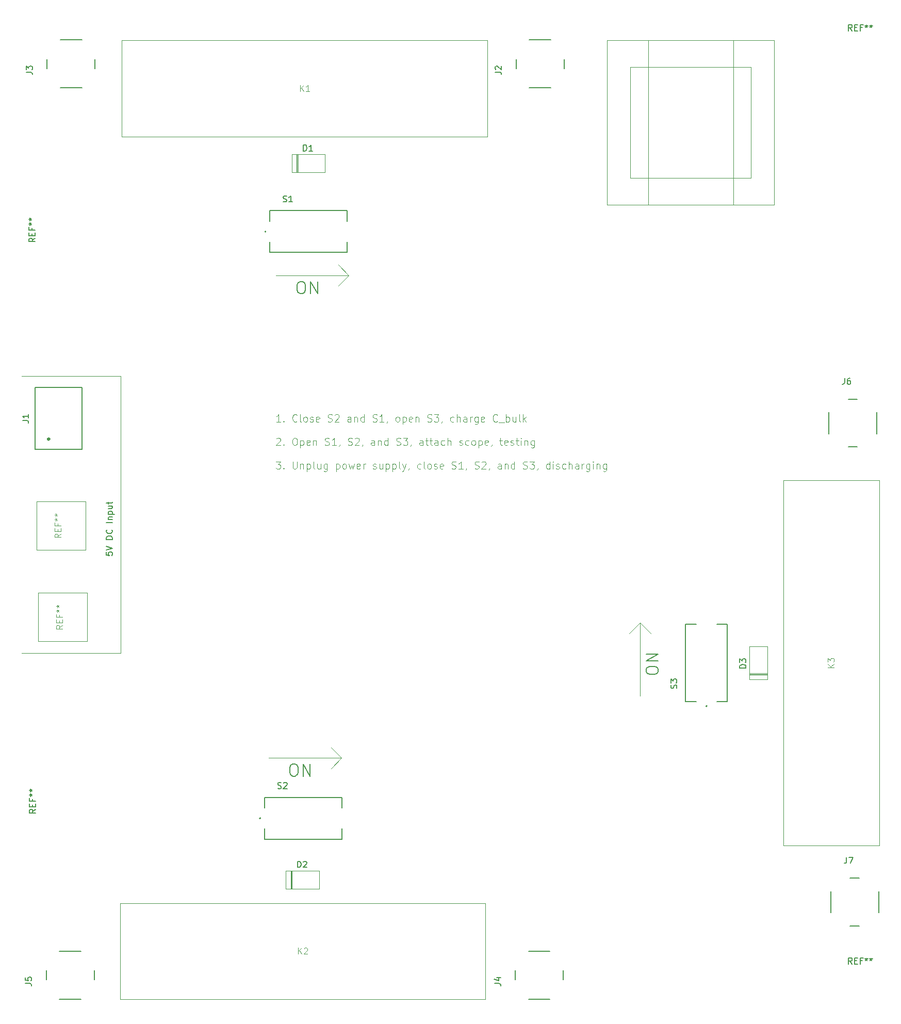
<source format=gbr>
G04 #@! TF.GenerationSoftware,KiCad,Pcbnew,9.0.5*
G04 #@! TF.CreationDate,2025-10-28T12:58:33-04:00*
G04 #@! TF.ProjectId,ReedRelay_Drive_V2,52656564-5265-46c6-9179-5f4472697665,rev?*
G04 #@! TF.SameCoordinates,Original*
G04 #@! TF.FileFunction,Legend,Top*
G04 #@! TF.FilePolarity,Positive*
%FSLAX46Y46*%
G04 Gerber Fmt 4.6, Leading zero omitted, Abs format (unit mm)*
G04 Created by KiCad (PCBNEW 9.0.5) date 2025-10-28 12:58:33*
%MOMM*%
%LPD*%
G01*
G04 APERTURE LIST*
%ADD10C,0.100000*%
%ADD11C,0.200000*%
%ADD12C,0.150000*%
%ADD13C,0.127000*%
%ADD14C,0.120000*%
%ADD15C,0.400000*%
G04 APERTURE END LIST*
D10*
X76300000Y-63200000D02*
X74550000Y-61450000D01*
X75100000Y-142400000D02*
X73350000Y-144150000D01*
X75100000Y-142400000D02*
X73350000Y-140650000D01*
X22599800Y-79727400D02*
X38849800Y-79727400D01*
X38849800Y-79727400D02*
X38849800Y-125227400D01*
X76300000Y-63200000D02*
X74550000Y-64950000D01*
X122480000Y-28970000D02*
X142320000Y-28970000D01*
X142320000Y-47230000D01*
X122480000Y-47230000D01*
X122480000Y-28970000D01*
X63100000Y-142400000D02*
X75100000Y-142400000D01*
X118685000Y-24615000D02*
X146115000Y-24615000D01*
X146115000Y-51585000D01*
X118685000Y-51585000D01*
X118685000Y-24615000D01*
X22599800Y-125227400D02*
X38849800Y-125227400D01*
X124100000Y-120200000D02*
X122350000Y-121950000D01*
X124100000Y-132200000D02*
X124100000Y-120200000D01*
X64300000Y-63200000D02*
X76300000Y-63200000D01*
X125415000Y-24615000D02*
X139385000Y-24615000D01*
X139385000Y-51585000D01*
X125415000Y-51585000D01*
X125415000Y-24615000D01*
X124100000Y-120200000D02*
X125850000Y-121950000D01*
D11*
X36467019Y-108631536D02*
X36467019Y-109107726D01*
X36467019Y-109107726D02*
X36943209Y-109155345D01*
X36943209Y-109155345D02*
X36895590Y-109107726D01*
X36895590Y-109107726D02*
X36847971Y-109012488D01*
X36847971Y-109012488D02*
X36847971Y-108774393D01*
X36847971Y-108774393D02*
X36895590Y-108679155D01*
X36895590Y-108679155D02*
X36943209Y-108631536D01*
X36943209Y-108631536D02*
X37038447Y-108583917D01*
X37038447Y-108583917D02*
X37276542Y-108583917D01*
X37276542Y-108583917D02*
X37371780Y-108631536D01*
X37371780Y-108631536D02*
X37419400Y-108679155D01*
X37419400Y-108679155D02*
X37467019Y-108774393D01*
X37467019Y-108774393D02*
X37467019Y-109012488D01*
X37467019Y-109012488D02*
X37419400Y-109107726D01*
X37419400Y-109107726D02*
X37371780Y-109155345D01*
X36467019Y-108298202D02*
X37467019Y-107964869D01*
X37467019Y-107964869D02*
X36467019Y-107631536D01*
X37467019Y-106536297D02*
X36467019Y-106536297D01*
X36467019Y-106536297D02*
X36467019Y-106298202D01*
X36467019Y-106298202D02*
X36514638Y-106155345D01*
X36514638Y-106155345D02*
X36609876Y-106060107D01*
X36609876Y-106060107D02*
X36705114Y-106012488D01*
X36705114Y-106012488D02*
X36895590Y-105964869D01*
X36895590Y-105964869D02*
X37038447Y-105964869D01*
X37038447Y-105964869D02*
X37228923Y-106012488D01*
X37228923Y-106012488D02*
X37324161Y-106060107D01*
X37324161Y-106060107D02*
X37419400Y-106155345D01*
X37419400Y-106155345D02*
X37467019Y-106298202D01*
X37467019Y-106298202D02*
X37467019Y-106536297D01*
X37371780Y-104964869D02*
X37419400Y-105012488D01*
X37419400Y-105012488D02*
X37467019Y-105155345D01*
X37467019Y-105155345D02*
X37467019Y-105250583D01*
X37467019Y-105250583D02*
X37419400Y-105393440D01*
X37419400Y-105393440D02*
X37324161Y-105488678D01*
X37324161Y-105488678D02*
X37228923Y-105536297D01*
X37228923Y-105536297D02*
X37038447Y-105583916D01*
X37038447Y-105583916D02*
X36895590Y-105583916D01*
X36895590Y-105583916D02*
X36705114Y-105536297D01*
X36705114Y-105536297D02*
X36609876Y-105488678D01*
X36609876Y-105488678D02*
X36514638Y-105393440D01*
X36514638Y-105393440D02*
X36467019Y-105250583D01*
X36467019Y-105250583D02*
X36467019Y-105155345D01*
X36467019Y-105155345D02*
X36514638Y-105012488D01*
X36514638Y-105012488D02*
X36562257Y-104964869D01*
X37467019Y-103774392D02*
X36467019Y-103774392D01*
X36800352Y-103298202D02*
X37467019Y-103298202D01*
X36895590Y-103298202D02*
X36847971Y-103250583D01*
X36847971Y-103250583D02*
X36800352Y-103155345D01*
X36800352Y-103155345D02*
X36800352Y-103012488D01*
X36800352Y-103012488D02*
X36847971Y-102917250D01*
X36847971Y-102917250D02*
X36943209Y-102869631D01*
X36943209Y-102869631D02*
X37467019Y-102869631D01*
X36800352Y-102393440D02*
X37800352Y-102393440D01*
X36847971Y-102393440D02*
X36800352Y-102298202D01*
X36800352Y-102298202D02*
X36800352Y-102107726D01*
X36800352Y-102107726D02*
X36847971Y-102012488D01*
X36847971Y-102012488D02*
X36895590Y-101964869D01*
X36895590Y-101964869D02*
X36990828Y-101917250D01*
X36990828Y-101917250D02*
X37276542Y-101917250D01*
X37276542Y-101917250D02*
X37371780Y-101964869D01*
X37371780Y-101964869D02*
X37419400Y-102012488D01*
X37419400Y-102012488D02*
X37467019Y-102107726D01*
X37467019Y-102107726D02*
X37467019Y-102298202D01*
X37467019Y-102298202D02*
X37419400Y-102393440D01*
X36800352Y-101060107D02*
X37467019Y-101060107D01*
X36800352Y-101488678D02*
X37324161Y-101488678D01*
X37324161Y-101488678D02*
X37419400Y-101441059D01*
X37419400Y-101441059D02*
X37467019Y-101345821D01*
X37467019Y-101345821D02*
X37467019Y-101202964D01*
X37467019Y-101202964D02*
X37419400Y-101107726D01*
X37419400Y-101107726D02*
X37371780Y-101060107D01*
X36800352Y-100726773D02*
X36800352Y-100345821D01*
X36467019Y-100583916D02*
X37324161Y-100583916D01*
X37324161Y-100583916D02*
X37419400Y-100536297D01*
X37419400Y-100536297D02*
X37467019Y-100441059D01*
X37467019Y-100441059D02*
X37467019Y-100345821D01*
X125094838Y-128211279D02*
X125094838Y-127830326D01*
X125094838Y-127830326D02*
X125190076Y-127639850D01*
X125190076Y-127639850D02*
X125380552Y-127449374D01*
X125380552Y-127449374D02*
X125761504Y-127354136D01*
X125761504Y-127354136D02*
X126428171Y-127354136D01*
X126428171Y-127354136D02*
X126809123Y-127449374D01*
X126809123Y-127449374D02*
X126999600Y-127639850D01*
X126999600Y-127639850D02*
X127094838Y-127830326D01*
X127094838Y-127830326D02*
X127094838Y-128211279D01*
X127094838Y-128211279D02*
X126999600Y-128401755D01*
X126999600Y-128401755D02*
X126809123Y-128592231D01*
X126809123Y-128592231D02*
X126428171Y-128687469D01*
X126428171Y-128687469D02*
X125761504Y-128687469D01*
X125761504Y-128687469D02*
X125380552Y-128592231D01*
X125380552Y-128592231D02*
X125190076Y-128401755D01*
X125190076Y-128401755D02*
X125094838Y-128211279D01*
X127094838Y-126496993D02*
X125094838Y-126496993D01*
X125094838Y-126496993D02*
X127094838Y-125354136D01*
X127094838Y-125354136D02*
X125094838Y-125354136D01*
D10*
X65080074Y-87220210D02*
X64394360Y-87220210D01*
X64737217Y-87220210D02*
X64737217Y-86020210D01*
X64737217Y-86020210D02*
X64622931Y-86191639D01*
X64622931Y-86191639D02*
X64508646Y-86305925D01*
X64508646Y-86305925D02*
X64394360Y-86363068D01*
X65594360Y-87105925D02*
X65651503Y-87163068D01*
X65651503Y-87163068D02*
X65594360Y-87220210D01*
X65594360Y-87220210D02*
X65537217Y-87163068D01*
X65537217Y-87163068D02*
X65594360Y-87105925D01*
X65594360Y-87105925D02*
X65594360Y-87220210D01*
X67765789Y-87105925D02*
X67708646Y-87163068D01*
X67708646Y-87163068D02*
X67537218Y-87220210D01*
X67537218Y-87220210D02*
X67422932Y-87220210D01*
X67422932Y-87220210D02*
X67251503Y-87163068D01*
X67251503Y-87163068D02*
X67137218Y-87048782D01*
X67137218Y-87048782D02*
X67080075Y-86934496D01*
X67080075Y-86934496D02*
X67022932Y-86705925D01*
X67022932Y-86705925D02*
X67022932Y-86534496D01*
X67022932Y-86534496D02*
X67080075Y-86305925D01*
X67080075Y-86305925D02*
X67137218Y-86191639D01*
X67137218Y-86191639D02*
X67251503Y-86077353D01*
X67251503Y-86077353D02*
X67422932Y-86020210D01*
X67422932Y-86020210D02*
X67537218Y-86020210D01*
X67537218Y-86020210D02*
X67708646Y-86077353D01*
X67708646Y-86077353D02*
X67765789Y-86134496D01*
X68451503Y-87220210D02*
X68337218Y-87163068D01*
X68337218Y-87163068D02*
X68280075Y-87048782D01*
X68280075Y-87048782D02*
X68280075Y-86020210D01*
X69080074Y-87220210D02*
X68965789Y-87163068D01*
X68965789Y-87163068D02*
X68908646Y-87105925D01*
X68908646Y-87105925D02*
X68851503Y-86991639D01*
X68851503Y-86991639D02*
X68851503Y-86648782D01*
X68851503Y-86648782D02*
X68908646Y-86534496D01*
X68908646Y-86534496D02*
X68965789Y-86477353D01*
X68965789Y-86477353D02*
X69080074Y-86420210D01*
X69080074Y-86420210D02*
X69251503Y-86420210D01*
X69251503Y-86420210D02*
X69365789Y-86477353D01*
X69365789Y-86477353D02*
X69422932Y-86534496D01*
X69422932Y-86534496D02*
X69480074Y-86648782D01*
X69480074Y-86648782D02*
X69480074Y-86991639D01*
X69480074Y-86991639D02*
X69422932Y-87105925D01*
X69422932Y-87105925D02*
X69365789Y-87163068D01*
X69365789Y-87163068D02*
X69251503Y-87220210D01*
X69251503Y-87220210D02*
X69080074Y-87220210D01*
X69937217Y-87163068D02*
X70051503Y-87220210D01*
X70051503Y-87220210D02*
X70280074Y-87220210D01*
X70280074Y-87220210D02*
X70394360Y-87163068D01*
X70394360Y-87163068D02*
X70451503Y-87048782D01*
X70451503Y-87048782D02*
X70451503Y-86991639D01*
X70451503Y-86991639D02*
X70394360Y-86877353D01*
X70394360Y-86877353D02*
X70280074Y-86820210D01*
X70280074Y-86820210D02*
X70108646Y-86820210D01*
X70108646Y-86820210D02*
X69994360Y-86763068D01*
X69994360Y-86763068D02*
X69937217Y-86648782D01*
X69937217Y-86648782D02*
X69937217Y-86591639D01*
X69937217Y-86591639D02*
X69994360Y-86477353D01*
X69994360Y-86477353D02*
X70108646Y-86420210D01*
X70108646Y-86420210D02*
X70280074Y-86420210D01*
X70280074Y-86420210D02*
X70394360Y-86477353D01*
X71422932Y-87163068D02*
X71308646Y-87220210D01*
X71308646Y-87220210D02*
X71080075Y-87220210D01*
X71080075Y-87220210D02*
X70965789Y-87163068D01*
X70965789Y-87163068D02*
X70908646Y-87048782D01*
X70908646Y-87048782D02*
X70908646Y-86591639D01*
X70908646Y-86591639D02*
X70965789Y-86477353D01*
X70965789Y-86477353D02*
X71080075Y-86420210D01*
X71080075Y-86420210D02*
X71308646Y-86420210D01*
X71308646Y-86420210D02*
X71422932Y-86477353D01*
X71422932Y-86477353D02*
X71480075Y-86591639D01*
X71480075Y-86591639D02*
X71480075Y-86705925D01*
X71480075Y-86705925D02*
X70908646Y-86820210D01*
X72851503Y-87163068D02*
X73022932Y-87220210D01*
X73022932Y-87220210D02*
X73308646Y-87220210D01*
X73308646Y-87220210D02*
X73422932Y-87163068D01*
X73422932Y-87163068D02*
X73480074Y-87105925D01*
X73480074Y-87105925D02*
X73537217Y-86991639D01*
X73537217Y-86991639D02*
X73537217Y-86877353D01*
X73537217Y-86877353D02*
X73480074Y-86763068D01*
X73480074Y-86763068D02*
X73422932Y-86705925D01*
X73422932Y-86705925D02*
X73308646Y-86648782D01*
X73308646Y-86648782D02*
X73080074Y-86591639D01*
X73080074Y-86591639D02*
X72965789Y-86534496D01*
X72965789Y-86534496D02*
X72908646Y-86477353D01*
X72908646Y-86477353D02*
X72851503Y-86363068D01*
X72851503Y-86363068D02*
X72851503Y-86248782D01*
X72851503Y-86248782D02*
X72908646Y-86134496D01*
X72908646Y-86134496D02*
X72965789Y-86077353D01*
X72965789Y-86077353D02*
X73080074Y-86020210D01*
X73080074Y-86020210D02*
X73365789Y-86020210D01*
X73365789Y-86020210D02*
X73537217Y-86077353D01*
X73994360Y-86134496D02*
X74051503Y-86077353D01*
X74051503Y-86077353D02*
X74165789Y-86020210D01*
X74165789Y-86020210D02*
X74451503Y-86020210D01*
X74451503Y-86020210D02*
X74565789Y-86077353D01*
X74565789Y-86077353D02*
X74622931Y-86134496D01*
X74622931Y-86134496D02*
X74680074Y-86248782D01*
X74680074Y-86248782D02*
X74680074Y-86363068D01*
X74680074Y-86363068D02*
X74622931Y-86534496D01*
X74622931Y-86534496D02*
X73937217Y-87220210D01*
X73937217Y-87220210D02*
X74680074Y-87220210D01*
X76622932Y-87220210D02*
X76622932Y-86591639D01*
X76622932Y-86591639D02*
X76565789Y-86477353D01*
X76565789Y-86477353D02*
X76451503Y-86420210D01*
X76451503Y-86420210D02*
X76222932Y-86420210D01*
X76222932Y-86420210D02*
X76108646Y-86477353D01*
X76622932Y-87163068D02*
X76508646Y-87220210D01*
X76508646Y-87220210D02*
X76222932Y-87220210D01*
X76222932Y-87220210D02*
X76108646Y-87163068D01*
X76108646Y-87163068D02*
X76051503Y-87048782D01*
X76051503Y-87048782D02*
X76051503Y-86934496D01*
X76051503Y-86934496D02*
X76108646Y-86820210D01*
X76108646Y-86820210D02*
X76222932Y-86763068D01*
X76222932Y-86763068D02*
X76508646Y-86763068D01*
X76508646Y-86763068D02*
X76622932Y-86705925D01*
X77194360Y-86420210D02*
X77194360Y-87220210D01*
X77194360Y-86534496D02*
X77251503Y-86477353D01*
X77251503Y-86477353D02*
X77365788Y-86420210D01*
X77365788Y-86420210D02*
X77537217Y-86420210D01*
X77537217Y-86420210D02*
X77651503Y-86477353D01*
X77651503Y-86477353D02*
X77708646Y-86591639D01*
X77708646Y-86591639D02*
X77708646Y-87220210D01*
X78794360Y-87220210D02*
X78794360Y-86020210D01*
X78794360Y-87163068D02*
X78680074Y-87220210D01*
X78680074Y-87220210D02*
X78451502Y-87220210D01*
X78451502Y-87220210D02*
X78337217Y-87163068D01*
X78337217Y-87163068D02*
X78280074Y-87105925D01*
X78280074Y-87105925D02*
X78222931Y-86991639D01*
X78222931Y-86991639D02*
X78222931Y-86648782D01*
X78222931Y-86648782D02*
X78280074Y-86534496D01*
X78280074Y-86534496D02*
X78337217Y-86477353D01*
X78337217Y-86477353D02*
X78451502Y-86420210D01*
X78451502Y-86420210D02*
X78680074Y-86420210D01*
X78680074Y-86420210D02*
X78794360Y-86477353D01*
X80222931Y-87163068D02*
X80394360Y-87220210D01*
X80394360Y-87220210D02*
X80680074Y-87220210D01*
X80680074Y-87220210D02*
X80794360Y-87163068D01*
X80794360Y-87163068D02*
X80851502Y-87105925D01*
X80851502Y-87105925D02*
X80908645Y-86991639D01*
X80908645Y-86991639D02*
X80908645Y-86877353D01*
X80908645Y-86877353D02*
X80851502Y-86763068D01*
X80851502Y-86763068D02*
X80794360Y-86705925D01*
X80794360Y-86705925D02*
X80680074Y-86648782D01*
X80680074Y-86648782D02*
X80451502Y-86591639D01*
X80451502Y-86591639D02*
X80337217Y-86534496D01*
X80337217Y-86534496D02*
X80280074Y-86477353D01*
X80280074Y-86477353D02*
X80222931Y-86363068D01*
X80222931Y-86363068D02*
X80222931Y-86248782D01*
X80222931Y-86248782D02*
X80280074Y-86134496D01*
X80280074Y-86134496D02*
X80337217Y-86077353D01*
X80337217Y-86077353D02*
X80451502Y-86020210D01*
X80451502Y-86020210D02*
X80737217Y-86020210D01*
X80737217Y-86020210D02*
X80908645Y-86077353D01*
X82051502Y-87220210D02*
X81365788Y-87220210D01*
X81708645Y-87220210D02*
X81708645Y-86020210D01*
X81708645Y-86020210D02*
X81594359Y-86191639D01*
X81594359Y-86191639D02*
X81480074Y-86305925D01*
X81480074Y-86305925D02*
X81365788Y-86363068D01*
X82622931Y-87163068D02*
X82622931Y-87220210D01*
X82622931Y-87220210D02*
X82565788Y-87334496D01*
X82565788Y-87334496D02*
X82508645Y-87391639D01*
X84222931Y-87220210D02*
X84108646Y-87163068D01*
X84108646Y-87163068D02*
X84051503Y-87105925D01*
X84051503Y-87105925D02*
X83994360Y-86991639D01*
X83994360Y-86991639D02*
X83994360Y-86648782D01*
X83994360Y-86648782D02*
X84051503Y-86534496D01*
X84051503Y-86534496D02*
X84108646Y-86477353D01*
X84108646Y-86477353D02*
X84222931Y-86420210D01*
X84222931Y-86420210D02*
X84394360Y-86420210D01*
X84394360Y-86420210D02*
X84508646Y-86477353D01*
X84508646Y-86477353D02*
X84565789Y-86534496D01*
X84565789Y-86534496D02*
X84622931Y-86648782D01*
X84622931Y-86648782D02*
X84622931Y-86991639D01*
X84622931Y-86991639D02*
X84565789Y-87105925D01*
X84565789Y-87105925D02*
X84508646Y-87163068D01*
X84508646Y-87163068D02*
X84394360Y-87220210D01*
X84394360Y-87220210D02*
X84222931Y-87220210D01*
X85137217Y-86420210D02*
X85137217Y-87620210D01*
X85137217Y-86477353D02*
X85251503Y-86420210D01*
X85251503Y-86420210D02*
X85480074Y-86420210D01*
X85480074Y-86420210D02*
X85594360Y-86477353D01*
X85594360Y-86477353D02*
X85651503Y-86534496D01*
X85651503Y-86534496D02*
X85708645Y-86648782D01*
X85708645Y-86648782D02*
X85708645Y-86991639D01*
X85708645Y-86991639D02*
X85651503Y-87105925D01*
X85651503Y-87105925D02*
X85594360Y-87163068D01*
X85594360Y-87163068D02*
X85480074Y-87220210D01*
X85480074Y-87220210D02*
X85251503Y-87220210D01*
X85251503Y-87220210D02*
X85137217Y-87163068D01*
X86680074Y-87163068D02*
X86565788Y-87220210D01*
X86565788Y-87220210D02*
X86337217Y-87220210D01*
X86337217Y-87220210D02*
X86222931Y-87163068D01*
X86222931Y-87163068D02*
X86165788Y-87048782D01*
X86165788Y-87048782D02*
X86165788Y-86591639D01*
X86165788Y-86591639D02*
X86222931Y-86477353D01*
X86222931Y-86477353D02*
X86337217Y-86420210D01*
X86337217Y-86420210D02*
X86565788Y-86420210D01*
X86565788Y-86420210D02*
X86680074Y-86477353D01*
X86680074Y-86477353D02*
X86737217Y-86591639D01*
X86737217Y-86591639D02*
X86737217Y-86705925D01*
X86737217Y-86705925D02*
X86165788Y-86820210D01*
X87251502Y-86420210D02*
X87251502Y-87220210D01*
X87251502Y-86534496D02*
X87308645Y-86477353D01*
X87308645Y-86477353D02*
X87422930Y-86420210D01*
X87422930Y-86420210D02*
X87594359Y-86420210D01*
X87594359Y-86420210D02*
X87708645Y-86477353D01*
X87708645Y-86477353D02*
X87765788Y-86591639D01*
X87765788Y-86591639D02*
X87765788Y-87220210D01*
X89194359Y-87163068D02*
X89365788Y-87220210D01*
X89365788Y-87220210D02*
X89651502Y-87220210D01*
X89651502Y-87220210D02*
X89765788Y-87163068D01*
X89765788Y-87163068D02*
X89822930Y-87105925D01*
X89822930Y-87105925D02*
X89880073Y-86991639D01*
X89880073Y-86991639D02*
X89880073Y-86877353D01*
X89880073Y-86877353D02*
X89822930Y-86763068D01*
X89822930Y-86763068D02*
X89765788Y-86705925D01*
X89765788Y-86705925D02*
X89651502Y-86648782D01*
X89651502Y-86648782D02*
X89422930Y-86591639D01*
X89422930Y-86591639D02*
X89308645Y-86534496D01*
X89308645Y-86534496D02*
X89251502Y-86477353D01*
X89251502Y-86477353D02*
X89194359Y-86363068D01*
X89194359Y-86363068D02*
X89194359Y-86248782D01*
X89194359Y-86248782D02*
X89251502Y-86134496D01*
X89251502Y-86134496D02*
X89308645Y-86077353D01*
X89308645Y-86077353D02*
X89422930Y-86020210D01*
X89422930Y-86020210D02*
X89708645Y-86020210D01*
X89708645Y-86020210D02*
X89880073Y-86077353D01*
X90280073Y-86020210D02*
X91022930Y-86020210D01*
X91022930Y-86020210D02*
X90622930Y-86477353D01*
X90622930Y-86477353D02*
X90794359Y-86477353D01*
X90794359Y-86477353D02*
X90908645Y-86534496D01*
X90908645Y-86534496D02*
X90965787Y-86591639D01*
X90965787Y-86591639D02*
X91022930Y-86705925D01*
X91022930Y-86705925D02*
X91022930Y-86991639D01*
X91022930Y-86991639D02*
X90965787Y-87105925D01*
X90965787Y-87105925D02*
X90908645Y-87163068D01*
X90908645Y-87163068D02*
X90794359Y-87220210D01*
X90794359Y-87220210D02*
X90451502Y-87220210D01*
X90451502Y-87220210D02*
X90337216Y-87163068D01*
X90337216Y-87163068D02*
X90280073Y-87105925D01*
X91594359Y-87163068D02*
X91594359Y-87220210D01*
X91594359Y-87220210D02*
X91537216Y-87334496D01*
X91537216Y-87334496D02*
X91480073Y-87391639D01*
X93537217Y-87163068D02*
X93422931Y-87220210D01*
X93422931Y-87220210D02*
X93194359Y-87220210D01*
X93194359Y-87220210D02*
X93080074Y-87163068D01*
X93080074Y-87163068D02*
X93022931Y-87105925D01*
X93022931Y-87105925D02*
X92965788Y-86991639D01*
X92965788Y-86991639D02*
X92965788Y-86648782D01*
X92965788Y-86648782D02*
X93022931Y-86534496D01*
X93022931Y-86534496D02*
X93080074Y-86477353D01*
X93080074Y-86477353D02*
X93194359Y-86420210D01*
X93194359Y-86420210D02*
X93422931Y-86420210D01*
X93422931Y-86420210D02*
X93537217Y-86477353D01*
X94051502Y-87220210D02*
X94051502Y-86020210D01*
X94565788Y-87220210D02*
X94565788Y-86591639D01*
X94565788Y-86591639D02*
X94508645Y-86477353D01*
X94508645Y-86477353D02*
X94394359Y-86420210D01*
X94394359Y-86420210D02*
X94222930Y-86420210D01*
X94222930Y-86420210D02*
X94108645Y-86477353D01*
X94108645Y-86477353D02*
X94051502Y-86534496D01*
X95651502Y-87220210D02*
X95651502Y-86591639D01*
X95651502Y-86591639D02*
X95594359Y-86477353D01*
X95594359Y-86477353D02*
X95480073Y-86420210D01*
X95480073Y-86420210D02*
X95251502Y-86420210D01*
X95251502Y-86420210D02*
X95137216Y-86477353D01*
X95651502Y-87163068D02*
X95537216Y-87220210D01*
X95537216Y-87220210D02*
X95251502Y-87220210D01*
X95251502Y-87220210D02*
X95137216Y-87163068D01*
X95137216Y-87163068D02*
X95080073Y-87048782D01*
X95080073Y-87048782D02*
X95080073Y-86934496D01*
X95080073Y-86934496D02*
X95137216Y-86820210D01*
X95137216Y-86820210D02*
X95251502Y-86763068D01*
X95251502Y-86763068D02*
X95537216Y-86763068D01*
X95537216Y-86763068D02*
X95651502Y-86705925D01*
X96222930Y-87220210D02*
X96222930Y-86420210D01*
X96222930Y-86648782D02*
X96280073Y-86534496D01*
X96280073Y-86534496D02*
X96337216Y-86477353D01*
X96337216Y-86477353D02*
X96451501Y-86420210D01*
X96451501Y-86420210D02*
X96565787Y-86420210D01*
X97480073Y-86420210D02*
X97480073Y-87391639D01*
X97480073Y-87391639D02*
X97422930Y-87505925D01*
X97422930Y-87505925D02*
X97365787Y-87563068D01*
X97365787Y-87563068D02*
X97251501Y-87620210D01*
X97251501Y-87620210D02*
X97080073Y-87620210D01*
X97080073Y-87620210D02*
X96965787Y-87563068D01*
X97480073Y-87163068D02*
X97365787Y-87220210D01*
X97365787Y-87220210D02*
X97137215Y-87220210D01*
X97137215Y-87220210D02*
X97022930Y-87163068D01*
X97022930Y-87163068D02*
X96965787Y-87105925D01*
X96965787Y-87105925D02*
X96908644Y-86991639D01*
X96908644Y-86991639D02*
X96908644Y-86648782D01*
X96908644Y-86648782D02*
X96965787Y-86534496D01*
X96965787Y-86534496D02*
X97022930Y-86477353D01*
X97022930Y-86477353D02*
X97137215Y-86420210D01*
X97137215Y-86420210D02*
X97365787Y-86420210D01*
X97365787Y-86420210D02*
X97480073Y-86477353D01*
X98508644Y-87163068D02*
X98394358Y-87220210D01*
X98394358Y-87220210D02*
X98165787Y-87220210D01*
X98165787Y-87220210D02*
X98051501Y-87163068D01*
X98051501Y-87163068D02*
X97994358Y-87048782D01*
X97994358Y-87048782D02*
X97994358Y-86591639D01*
X97994358Y-86591639D02*
X98051501Y-86477353D01*
X98051501Y-86477353D02*
X98165787Y-86420210D01*
X98165787Y-86420210D02*
X98394358Y-86420210D01*
X98394358Y-86420210D02*
X98508644Y-86477353D01*
X98508644Y-86477353D02*
X98565787Y-86591639D01*
X98565787Y-86591639D02*
X98565787Y-86705925D01*
X98565787Y-86705925D02*
X97994358Y-86820210D01*
X100680072Y-87105925D02*
X100622929Y-87163068D01*
X100622929Y-87163068D02*
X100451501Y-87220210D01*
X100451501Y-87220210D02*
X100337215Y-87220210D01*
X100337215Y-87220210D02*
X100165786Y-87163068D01*
X100165786Y-87163068D02*
X100051501Y-87048782D01*
X100051501Y-87048782D02*
X99994358Y-86934496D01*
X99994358Y-86934496D02*
X99937215Y-86705925D01*
X99937215Y-86705925D02*
X99937215Y-86534496D01*
X99937215Y-86534496D02*
X99994358Y-86305925D01*
X99994358Y-86305925D02*
X100051501Y-86191639D01*
X100051501Y-86191639D02*
X100165786Y-86077353D01*
X100165786Y-86077353D02*
X100337215Y-86020210D01*
X100337215Y-86020210D02*
X100451501Y-86020210D01*
X100451501Y-86020210D02*
X100622929Y-86077353D01*
X100622929Y-86077353D02*
X100680072Y-86134496D01*
X100908644Y-87334496D02*
X101822929Y-87334496D01*
X102108644Y-87220210D02*
X102108644Y-86020210D01*
X102108644Y-86477353D02*
X102222930Y-86420210D01*
X102222930Y-86420210D02*
X102451501Y-86420210D01*
X102451501Y-86420210D02*
X102565787Y-86477353D01*
X102565787Y-86477353D02*
X102622930Y-86534496D01*
X102622930Y-86534496D02*
X102680072Y-86648782D01*
X102680072Y-86648782D02*
X102680072Y-86991639D01*
X102680072Y-86991639D02*
X102622930Y-87105925D01*
X102622930Y-87105925D02*
X102565787Y-87163068D01*
X102565787Y-87163068D02*
X102451501Y-87220210D01*
X102451501Y-87220210D02*
X102222930Y-87220210D01*
X102222930Y-87220210D02*
X102108644Y-87163068D01*
X103708644Y-86420210D02*
X103708644Y-87220210D01*
X103194358Y-86420210D02*
X103194358Y-87048782D01*
X103194358Y-87048782D02*
X103251501Y-87163068D01*
X103251501Y-87163068D02*
X103365786Y-87220210D01*
X103365786Y-87220210D02*
X103537215Y-87220210D01*
X103537215Y-87220210D02*
X103651501Y-87163068D01*
X103651501Y-87163068D02*
X103708644Y-87105925D01*
X104451500Y-87220210D02*
X104337215Y-87163068D01*
X104337215Y-87163068D02*
X104280072Y-87048782D01*
X104280072Y-87048782D02*
X104280072Y-86020210D01*
X104908643Y-87220210D02*
X104908643Y-86020210D01*
X105022929Y-86763068D02*
X105365786Y-87220210D01*
X105365786Y-86420210D02*
X104908643Y-86877353D01*
X64394360Y-89998362D02*
X64451503Y-89941219D01*
X64451503Y-89941219D02*
X64565789Y-89884076D01*
X64565789Y-89884076D02*
X64851503Y-89884076D01*
X64851503Y-89884076D02*
X64965789Y-89941219D01*
X64965789Y-89941219D02*
X65022931Y-89998362D01*
X65022931Y-89998362D02*
X65080074Y-90112648D01*
X65080074Y-90112648D02*
X65080074Y-90226934D01*
X65080074Y-90226934D02*
X65022931Y-90398362D01*
X65022931Y-90398362D02*
X64337217Y-91084076D01*
X64337217Y-91084076D02*
X65080074Y-91084076D01*
X65594360Y-90969791D02*
X65651503Y-91026934D01*
X65651503Y-91026934D02*
X65594360Y-91084076D01*
X65594360Y-91084076D02*
X65537217Y-91026934D01*
X65537217Y-91026934D02*
X65594360Y-90969791D01*
X65594360Y-90969791D02*
X65594360Y-91084076D01*
X67308646Y-89884076D02*
X67537218Y-89884076D01*
X67537218Y-89884076D02*
X67651503Y-89941219D01*
X67651503Y-89941219D02*
X67765789Y-90055505D01*
X67765789Y-90055505D02*
X67822932Y-90284076D01*
X67822932Y-90284076D02*
X67822932Y-90684076D01*
X67822932Y-90684076D02*
X67765789Y-90912648D01*
X67765789Y-90912648D02*
X67651503Y-91026934D01*
X67651503Y-91026934D02*
X67537218Y-91084076D01*
X67537218Y-91084076D02*
X67308646Y-91084076D01*
X67308646Y-91084076D02*
X67194361Y-91026934D01*
X67194361Y-91026934D02*
X67080075Y-90912648D01*
X67080075Y-90912648D02*
X67022932Y-90684076D01*
X67022932Y-90684076D02*
X67022932Y-90284076D01*
X67022932Y-90284076D02*
X67080075Y-90055505D01*
X67080075Y-90055505D02*
X67194361Y-89941219D01*
X67194361Y-89941219D02*
X67308646Y-89884076D01*
X68337218Y-90284076D02*
X68337218Y-91484076D01*
X68337218Y-90341219D02*
X68451504Y-90284076D01*
X68451504Y-90284076D02*
X68680075Y-90284076D01*
X68680075Y-90284076D02*
X68794361Y-90341219D01*
X68794361Y-90341219D02*
X68851504Y-90398362D01*
X68851504Y-90398362D02*
X68908646Y-90512648D01*
X68908646Y-90512648D02*
X68908646Y-90855505D01*
X68908646Y-90855505D02*
X68851504Y-90969791D01*
X68851504Y-90969791D02*
X68794361Y-91026934D01*
X68794361Y-91026934D02*
X68680075Y-91084076D01*
X68680075Y-91084076D02*
X68451504Y-91084076D01*
X68451504Y-91084076D02*
X68337218Y-91026934D01*
X69880075Y-91026934D02*
X69765789Y-91084076D01*
X69765789Y-91084076D02*
X69537218Y-91084076D01*
X69537218Y-91084076D02*
X69422932Y-91026934D01*
X69422932Y-91026934D02*
X69365789Y-90912648D01*
X69365789Y-90912648D02*
X69365789Y-90455505D01*
X69365789Y-90455505D02*
X69422932Y-90341219D01*
X69422932Y-90341219D02*
X69537218Y-90284076D01*
X69537218Y-90284076D02*
X69765789Y-90284076D01*
X69765789Y-90284076D02*
X69880075Y-90341219D01*
X69880075Y-90341219D02*
X69937218Y-90455505D01*
X69937218Y-90455505D02*
X69937218Y-90569791D01*
X69937218Y-90569791D02*
X69365789Y-90684076D01*
X70451503Y-90284076D02*
X70451503Y-91084076D01*
X70451503Y-90398362D02*
X70508646Y-90341219D01*
X70508646Y-90341219D02*
X70622931Y-90284076D01*
X70622931Y-90284076D02*
X70794360Y-90284076D01*
X70794360Y-90284076D02*
X70908646Y-90341219D01*
X70908646Y-90341219D02*
X70965789Y-90455505D01*
X70965789Y-90455505D02*
X70965789Y-91084076D01*
X72394360Y-91026934D02*
X72565789Y-91084076D01*
X72565789Y-91084076D02*
X72851503Y-91084076D01*
X72851503Y-91084076D02*
X72965789Y-91026934D01*
X72965789Y-91026934D02*
X73022931Y-90969791D01*
X73022931Y-90969791D02*
X73080074Y-90855505D01*
X73080074Y-90855505D02*
X73080074Y-90741219D01*
X73080074Y-90741219D02*
X73022931Y-90626934D01*
X73022931Y-90626934D02*
X72965789Y-90569791D01*
X72965789Y-90569791D02*
X72851503Y-90512648D01*
X72851503Y-90512648D02*
X72622931Y-90455505D01*
X72622931Y-90455505D02*
X72508646Y-90398362D01*
X72508646Y-90398362D02*
X72451503Y-90341219D01*
X72451503Y-90341219D02*
X72394360Y-90226934D01*
X72394360Y-90226934D02*
X72394360Y-90112648D01*
X72394360Y-90112648D02*
X72451503Y-89998362D01*
X72451503Y-89998362D02*
X72508646Y-89941219D01*
X72508646Y-89941219D02*
X72622931Y-89884076D01*
X72622931Y-89884076D02*
X72908646Y-89884076D01*
X72908646Y-89884076D02*
X73080074Y-89941219D01*
X74222931Y-91084076D02*
X73537217Y-91084076D01*
X73880074Y-91084076D02*
X73880074Y-89884076D01*
X73880074Y-89884076D02*
X73765788Y-90055505D01*
X73765788Y-90055505D02*
X73651503Y-90169791D01*
X73651503Y-90169791D02*
X73537217Y-90226934D01*
X74794360Y-91026934D02*
X74794360Y-91084076D01*
X74794360Y-91084076D02*
X74737217Y-91198362D01*
X74737217Y-91198362D02*
X74680074Y-91255505D01*
X76165789Y-91026934D02*
X76337218Y-91084076D01*
X76337218Y-91084076D02*
X76622932Y-91084076D01*
X76622932Y-91084076D02*
X76737218Y-91026934D01*
X76737218Y-91026934D02*
X76794360Y-90969791D01*
X76794360Y-90969791D02*
X76851503Y-90855505D01*
X76851503Y-90855505D02*
X76851503Y-90741219D01*
X76851503Y-90741219D02*
X76794360Y-90626934D01*
X76794360Y-90626934D02*
X76737218Y-90569791D01*
X76737218Y-90569791D02*
X76622932Y-90512648D01*
X76622932Y-90512648D02*
X76394360Y-90455505D01*
X76394360Y-90455505D02*
X76280075Y-90398362D01*
X76280075Y-90398362D02*
X76222932Y-90341219D01*
X76222932Y-90341219D02*
X76165789Y-90226934D01*
X76165789Y-90226934D02*
X76165789Y-90112648D01*
X76165789Y-90112648D02*
X76222932Y-89998362D01*
X76222932Y-89998362D02*
X76280075Y-89941219D01*
X76280075Y-89941219D02*
X76394360Y-89884076D01*
X76394360Y-89884076D02*
X76680075Y-89884076D01*
X76680075Y-89884076D02*
X76851503Y-89941219D01*
X77308646Y-89998362D02*
X77365789Y-89941219D01*
X77365789Y-89941219D02*
X77480075Y-89884076D01*
X77480075Y-89884076D02*
X77765789Y-89884076D01*
X77765789Y-89884076D02*
X77880075Y-89941219D01*
X77880075Y-89941219D02*
X77937217Y-89998362D01*
X77937217Y-89998362D02*
X77994360Y-90112648D01*
X77994360Y-90112648D02*
X77994360Y-90226934D01*
X77994360Y-90226934D02*
X77937217Y-90398362D01*
X77937217Y-90398362D02*
X77251503Y-91084076D01*
X77251503Y-91084076D02*
X77994360Y-91084076D01*
X78565789Y-91026934D02*
X78565789Y-91084076D01*
X78565789Y-91084076D02*
X78508646Y-91198362D01*
X78508646Y-91198362D02*
X78451503Y-91255505D01*
X80508647Y-91084076D02*
X80508647Y-90455505D01*
X80508647Y-90455505D02*
X80451504Y-90341219D01*
X80451504Y-90341219D02*
X80337218Y-90284076D01*
X80337218Y-90284076D02*
X80108647Y-90284076D01*
X80108647Y-90284076D02*
X79994361Y-90341219D01*
X80508647Y-91026934D02*
X80394361Y-91084076D01*
X80394361Y-91084076D02*
X80108647Y-91084076D01*
X80108647Y-91084076D02*
X79994361Y-91026934D01*
X79994361Y-91026934D02*
X79937218Y-90912648D01*
X79937218Y-90912648D02*
X79937218Y-90798362D01*
X79937218Y-90798362D02*
X79994361Y-90684076D01*
X79994361Y-90684076D02*
X80108647Y-90626934D01*
X80108647Y-90626934D02*
X80394361Y-90626934D01*
X80394361Y-90626934D02*
X80508647Y-90569791D01*
X81080075Y-90284076D02*
X81080075Y-91084076D01*
X81080075Y-90398362D02*
X81137218Y-90341219D01*
X81137218Y-90341219D02*
X81251503Y-90284076D01*
X81251503Y-90284076D02*
X81422932Y-90284076D01*
X81422932Y-90284076D02*
X81537218Y-90341219D01*
X81537218Y-90341219D02*
X81594361Y-90455505D01*
X81594361Y-90455505D02*
X81594361Y-91084076D01*
X82680075Y-91084076D02*
X82680075Y-89884076D01*
X82680075Y-91026934D02*
X82565789Y-91084076D01*
X82565789Y-91084076D02*
X82337217Y-91084076D01*
X82337217Y-91084076D02*
X82222932Y-91026934D01*
X82222932Y-91026934D02*
X82165789Y-90969791D01*
X82165789Y-90969791D02*
X82108646Y-90855505D01*
X82108646Y-90855505D02*
X82108646Y-90512648D01*
X82108646Y-90512648D02*
X82165789Y-90398362D01*
X82165789Y-90398362D02*
X82222932Y-90341219D01*
X82222932Y-90341219D02*
X82337217Y-90284076D01*
X82337217Y-90284076D02*
X82565789Y-90284076D01*
X82565789Y-90284076D02*
X82680075Y-90341219D01*
X84108646Y-91026934D02*
X84280075Y-91084076D01*
X84280075Y-91084076D02*
X84565789Y-91084076D01*
X84565789Y-91084076D02*
X84680075Y-91026934D01*
X84680075Y-91026934D02*
X84737217Y-90969791D01*
X84737217Y-90969791D02*
X84794360Y-90855505D01*
X84794360Y-90855505D02*
X84794360Y-90741219D01*
X84794360Y-90741219D02*
X84737217Y-90626934D01*
X84737217Y-90626934D02*
X84680075Y-90569791D01*
X84680075Y-90569791D02*
X84565789Y-90512648D01*
X84565789Y-90512648D02*
X84337217Y-90455505D01*
X84337217Y-90455505D02*
X84222932Y-90398362D01*
X84222932Y-90398362D02*
X84165789Y-90341219D01*
X84165789Y-90341219D02*
X84108646Y-90226934D01*
X84108646Y-90226934D02*
X84108646Y-90112648D01*
X84108646Y-90112648D02*
X84165789Y-89998362D01*
X84165789Y-89998362D02*
X84222932Y-89941219D01*
X84222932Y-89941219D02*
X84337217Y-89884076D01*
X84337217Y-89884076D02*
X84622932Y-89884076D01*
X84622932Y-89884076D02*
X84794360Y-89941219D01*
X85194360Y-89884076D02*
X85937217Y-89884076D01*
X85937217Y-89884076D02*
X85537217Y-90341219D01*
X85537217Y-90341219D02*
X85708646Y-90341219D01*
X85708646Y-90341219D02*
X85822932Y-90398362D01*
X85822932Y-90398362D02*
X85880074Y-90455505D01*
X85880074Y-90455505D02*
X85937217Y-90569791D01*
X85937217Y-90569791D02*
X85937217Y-90855505D01*
X85937217Y-90855505D02*
X85880074Y-90969791D01*
X85880074Y-90969791D02*
X85822932Y-91026934D01*
X85822932Y-91026934D02*
X85708646Y-91084076D01*
X85708646Y-91084076D02*
X85365789Y-91084076D01*
X85365789Y-91084076D02*
X85251503Y-91026934D01*
X85251503Y-91026934D02*
X85194360Y-90969791D01*
X86508646Y-91026934D02*
X86508646Y-91084076D01*
X86508646Y-91084076D02*
X86451503Y-91198362D01*
X86451503Y-91198362D02*
X86394360Y-91255505D01*
X88451504Y-91084076D02*
X88451504Y-90455505D01*
X88451504Y-90455505D02*
X88394361Y-90341219D01*
X88394361Y-90341219D02*
X88280075Y-90284076D01*
X88280075Y-90284076D02*
X88051504Y-90284076D01*
X88051504Y-90284076D02*
X87937218Y-90341219D01*
X88451504Y-91026934D02*
X88337218Y-91084076D01*
X88337218Y-91084076D02*
X88051504Y-91084076D01*
X88051504Y-91084076D02*
X87937218Y-91026934D01*
X87937218Y-91026934D02*
X87880075Y-90912648D01*
X87880075Y-90912648D02*
X87880075Y-90798362D01*
X87880075Y-90798362D02*
X87937218Y-90684076D01*
X87937218Y-90684076D02*
X88051504Y-90626934D01*
X88051504Y-90626934D02*
X88337218Y-90626934D01*
X88337218Y-90626934D02*
X88451504Y-90569791D01*
X88851503Y-90284076D02*
X89308646Y-90284076D01*
X89022932Y-89884076D02*
X89022932Y-90912648D01*
X89022932Y-90912648D02*
X89080075Y-91026934D01*
X89080075Y-91026934D02*
X89194360Y-91084076D01*
X89194360Y-91084076D02*
X89308646Y-91084076D01*
X89537217Y-90284076D02*
X89994360Y-90284076D01*
X89708646Y-89884076D02*
X89708646Y-90912648D01*
X89708646Y-90912648D02*
X89765789Y-91026934D01*
X89765789Y-91026934D02*
X89880074Y-91084076D01*
X89880074Y-91084076D02*
X89994360Y-91084076D01*
X90908646Y-91084076D02*
X90908646Y-90455505D01*
X90908646Y-90455505D02*
X90851503Y-90341219D01*
X90851503Y-90341219D02*
X90737217Y-90284076D01*
X90737217Y-90284076D02*
X90508646Y-90284076D01*
X90508646Y-90284076D02*
X90394360Y-90341219D01*
X90908646Y-91026934D02*
X90794360Y-91084076D01*
X90794360Y-91084076D02*
X90508646Y-91084076D01*
X90508646Y-91084076D02*
X90394360Y-91026934D01*
X90394360Y-91026934D02*
X90337217Y-90912648D01*
X90337217Y-90912648D02*
X90337217Y-90798362D01*
X90337217Y-90798362D02*
X90394360Y-90684076D01*
X90394360Y-90684076D02*
X90508646Y-90626934D01*
X90508646Y-90626934D02*
X90794360Y-90626934D01*
X90794360Y-90626934D02*
X90908646Y-90569791D01*
X91994360Y-91026934D02*
X91880074Y-91084076D01*
X91880074Y-91084076D02*
X91651502Y-91084076D01*
X91651502Y-91084076D02*
X91537217Y-91026934D01*
X91537217Y-91026934D02*
X91480074Y-90969791D01*
X91480074Y-90969791D02*
X91422931Y-90855505D01*
X91422931Y-90855505D02*
X91422931Y-90512648D01*
X91422931Y-90512648D02*
X91480074Y-90398362D01*
X91480074Y-90398362D02*
X91537217Y-90341219D01*
X91537217Y-90341219D02*
X91651502Y-90284076D01*
X91651502Y-90284076D02*
X91880074Y-90284076D01*
X91880074Y-90284076D02*
X91994360Y-90341219D01*
X92508645Y-91084076D02*
X92508645Y-89884076D01*
X93022931Y-91084076D02*
X93022931Y-90455505D01*
X93022931Y-90455505D02*
X92965788Y-90341219D01*
X92965788Y-90341219D02*
X92851502Y-90284076D01*
X92851502Y-90284076D02*
X92680073Y-90284076D01*
X92680073Y-90284076D02*
X92565788Y-90341219D01*
X92565788Y-90341219D02*
X92508645Y-90398362D01*
X94451502Y-91026934D02*
X94565788Y-91084076D01*
X94565788Y-91084076D02*
X94794359Y-91084076D01*
X94794359Y-91084076D02*
X94908645Y-91026934D01*
X94908645Y-91026934D02*
X94965788Y-90912648D01*
X94965788Y-90912648D02*
X94965788Y-90855505D01*
X94965788Y-90855505D02*
X94908645Y-90741219D01*
X94908645Y-90741219D02*
X94794359Y-90684076D01*
X94794359Y-90684076D02*
X94622931Y-90684076D01*
X94622931Y-90684076D02*
X94508645Y-90626934D01*
X94508645Y-90626934D02*
X94451502Y-90512648D01*
X94451502Y-90512648D02*
X94451502Y-90455505D01*
X94451502Y-90455505D02*
X94508645Y-90341219D01*
X94508645Y-90341219D02*
X94622931Y-90284076D01*
X94622931Y-90284076D02*
X94794359Y-90284076D01*
X94794359Y-90284076D02*
X94908645Y-90341219D01*
X95994360Y-91026934D02*
X95880074Y-91084076D01*
X95880074Y-91084076D02*
X95651502Y-91084076D01*
X95651502Y-91084076D02*
X95537217Y-91026934D01*
X95537217Y-91026934D02*
X95480074Y-90969791D01*
X95480074Y-90969791D02*
X95422931Y-90855505D01*
X95422931Y-90855505D02*
X95422931Y-90512648D01*
X95422931Y-90512648D02*
X95480074Y-90398362D01*
X95480074Y-90398362D02*
X95537217Y-90341219D01*
X95537217Y-90341219D02*
X95651502Y-90284076D01*
X95651502Y-90284076D02*
X95880074Y-90284076D01*
X95880074Y-90284076D02*
X95994360Y-90341219D01*
X96680073Y-91084076D02*
X96565788Y-91026934D01*
X96565788Y-91026934D02*
X96508645Y-90969791D01*
X96508645Y-90969791D02*
X96451502Y-90855505D01*
X96451502Y-90855505D02*
X96451502Y-90512648D01*
X96451502Y-90512648D02*
X96508645Y-90398362D01*
X96508645Y-90398362D02*
X96565788Y-90341219D01*
X96565788Y-90341219D02*
X96680073Y-90284076D01*
X96680073Y-90284076D02*
X96851502Y-90284076D01*
X96851502Y-90284076D02*
X96965788Y-90341219D01*
X96965788Y-90341219D02*
X97022931Y-90398362D01*
X97022931Y-90398362D02*
X97080073Y-90512648D01*
X97080073Y-90512648D02*
X97080073Y-90855505D01*
X97080073Y-90855505D02*
X97022931Y-90969791D01*
X97022931Y-90969791D02*
X96965788Y-91026934D01*
X96965788Y-91026934D02*
X96851502Y-91084076D01*
X96851502Y-91084076D02*
X96680073Y-91084076D01*
X97594359Y-90284076D02*
X97594359Y-91484076D01*
X97594359Y-90341219D02*
X97708645Y-90284076D01*
X97708645Y-90284076D02*
X97937216Y-90284076D01*
X97937216Y-90284076D02*
X98051502Y-90341219D01*
X98051502Y-90341219D02*
X98108645Y-90398362D01*
X98108645Y-90398362D02*
X98165787Y-90512648D01*
X98165787Y-90512648D02*
X98165787Y-90855505D01*
X98165787Y-90855505D02*
X98108645Y-90969791D01*
X98108645Y-90969791D02*
X98051502Y-91026934D01*
X98051502Y-91026934D02*
X97937216Y-91084076D01*
X97937216Y-91084076D02*
X97708645Y-91084076D01*
X97708645Y-91084076D02*
X97594359Y-91026934D01*
X99137216Y-91026934D02*
X99022930Y-91084076D01*
X99022930Y-91084076D02*
X98794359Y-91084076D01*
X98794359Y-91084076D02*
X98680073Y-91026934D01*
X98680073Y-91026934D02*
X98622930Y-90912648D01*
X98622930Y-90912648D02*
X98622930Y-90455505D01*
X98622930Y-90455505D02*
X98680073Y-90341219D01*
X98680073Y-90341219D02*
X98794359Y-90284076D01*
X98794359Y-90284076D02*
X99022930Y-90284076D01*
X99022930Y-90284076D02*
X99137216Y-90341219D01*
X99137216Y-90341219D02*
X99194359Y-90455505D01*
X99194359Y-90455505D02*
X99194359Y-90569791D01*
X99194359Y-90569791D02*
X98622930Y-90684076D01*
X99765787Y-91026934D02*
X99765787Y-91084076D01*
X99765787Y-91084076D02*
X99708644Y-91198362D01*
X99708644Y-91198362D02*
X99651501Y-91255505D01*
X101022930Y-90284076D02*
X101480073Y-90284076D01*
X101194359Y-89884076D02*
X101194359Y-90912648D01*
X101194359Y-90912648D02*
X101251502Y-91026934D01*
X101251502Y-91026934D02*
X101365787Y-91084076D01*
X101365787Y-91084076D02*
X101480073Y-91084076D01*
X102337216Y-91026934D02*
X102222930Y-91084076D01*
X102222930Y-91084076D02*
X101994359Y-91084076D01*
X101994359Y-91084076D02*
X101880073Y-91026934D01*
X101880073Y-91026934D02*
X101822930Y-90912648D01*
X101822930Y-90912648D02*
X101822930Y-90455505D01*
X101822930Y-90455505D02*
X101880073Y-90341219D01*
X101880073Y-90341219D02*
X101994359Y-90284076D01*
X101994359Y-90284076D02*
X102222930Y-90284076D01*
X102222930Y-90284076D02*
X102337216Y-90341219D01*
X102337216Y-90341219D02*
X102394359Y-90455505D01*
X102394359Y-90455505D02*
X102394359Y-90569791D01*
X102394359Y-90569791D02*
X101822930Y-90684076D01*
X102851501Y-91026934D02*
X102965787Y-91084076D01*
X102965787Y-91084076D02*
X103194358Y-91084076D01*
X103194358Y-91084076D02*
X103308644Y-91026934D01*
X103308644Y-91026934D02*
X103365787Y-90912648D01*
X103365787Y-90912648D02*
X103365787Y-90855505D01*
X103365787Y-90855505D02*
X103308644Y-90741219D01*
X103308644Y-90741219D02*
X103194358Y-90684076D01*
X103194358Y-90684076D02*
X103022930Y-90684076D01*
X103022930Y-90684076D02*
X102908644Y-90626934D01*
X102908644Y-90626934D02*
X102851501Y-90512648D01*
X102851501Y-90512648D02*
X102851501Y-90455505D01*
X102851501Y-90455505D02*
X102908644Y-90341219D01*
X102908644Y-90341219D02*
X103022930Y-90284076D01*
X103022930Y-90284076D02*
X103194358Y-90284076D01*
X103194358Y-90284076D02*
X103308644Y-90341219D01*
X103708644Y-90284076D02*
X104165787Y-90284076D01*
X103880073Y-89884076D02*
X103880073Y-90912648D01*
X103880073Y-90912648D02*
X103937216Y-91026934D01*
X103937216Y-91026934D02*
X104051501Y-91084076D01*
X104051501Y-91084076D02*
X104165787Y-91084076D01*
X104565787Y-91084076D02*
X104565787Y-90284076D01*
X104565787Y-89884076D02*
X104508644Y-89941219D01*
X104508644Y-89941219D02*
X104565787Y-89998362D01*
X104565787Y-89998362D02*
X104622930Y-89941219D01*
X104622930Y-89941219D02*
X104565787Y-89884076D01*
X104565787Y-89884076D02*
X104565787Y-89998362D01*
X105137216Y-90284076D02*
X105137216Y-91084076D01*
X105137216Y-90398362D02*
X105194359Y-90341219D01*
X105194359Y-90341219D02*
X105308644Y-90284076D01*
X105308644Y-90284076D02*
X105480073Y-90284076D01*
X105480073Y-90284076D02*
X105594359Y-90341219D01*
X105594359Y-90341219D02*
X105651502Y-90455505D01*
X105651502Y-90455505D02*
X105651502Y-91084076D01*
X106737216Y-90284076D02*
X106737216Y-91255505D01*
X106737216Y-91255505D02*
X106680073Y-91369791D01*
X106680073Y-91369791D02*
X106622930Y-91426934D01*
X106622930Y-91426934D02*
X106508644Y-91484076D01*
X106508644Y-91484076D02*
X106337216Y-91484076D01*
X106337216Y-91484076D02*
X106222930Y-91426934D01*
X106737216Y-91026934D02*
X106622930Y-91084076D01*
X106622930Y-91084076D02*
X106394358Y-91084076D01*
X106394358Y-91084076D02*
X106280073Y-91026934D01*
X106280073Y-91026934D02*
X106222930Y-90969791D01*
X106222930Y-90969791D02*
X106165787Y-90855505D01*
X106165787Y-90855505D02*
X106165787Y-90512648D01*
X106165787Y-90512648D02*
X106222930Y-90398362D01*
X106222930Y-90398362D02*
X106280073Y-90341219D01*
X106280073Y-90341219D02*
X106394358Y-90284076D01*
X106394358Y-90284076D02*
X106622930Y-90284076D01*
X106622930Y-90284076D02*
X106737216Y-90341219D01*
X64337217Y-93747942D02*
X65080074Y-93747942D01*
X65080074Y-93747942D02*
X64680074Y-94205085D01*
X64680074Y-94205085D02*
X64851503Y-94205085D01*
X64851503Y-94205085D02*
X64965789Y-94262228D01*
X64965789Y-94262228D02*
X65022931Y-94319371D01*
X65022931Y-94319371D02*
X65080074Y-94433657D01*
X65080074Y-94433657D02*
X65080074Y-94719371D01*
X65080074Y-94719371D02*
X65022931Y-94833657D01*
X65022931Y-94833657D02*
X64965789Y-94890800D01*
X64965789Y-94890800D02*
X64851503Y-94947942D01*
X64851503Y-94947942D02*
X64508646Y-94947942D01*
X64508646Y-94947942D02*
X64394360Y-94890800D01*
X64394360Y-94890800D02*
X64337217Y-94833657D01*
X65594360Y-94833657D02*
X65651503Y-94890800D01*
X65651503Y-94890800D02*
X65594360Y-94947942D01*
X65594360Y-94947942D02*
X65537217Y-94890800D01*
X65537217Y-94890800D02*
X65594360Y-94833657D01*
X65594360Y-94833657D02*
X65594360Y-94947942D01*
X67080075Y-93747942D02*
X67080075Y-94719371D01*
X67080075Y-94719371D02*
X67137218Y-94833657D01*
X67137218Y-94833657D02*
X67194361Y-94890800D01*
X67194361Y-94890800D02*
X67308646Y-94947942D01*
X67308646Y-94947942D02*
X67537218Y-94947942D01*
X67537218Y-94947942D02*
X67651503Y-94890800D01*
X67651503Y-94890800D02*
X67708646Y-94833657D01*
X67708646Y-94833657D02*
X67765789Y-94719371D01*
X67765789Y-94719371D02*
X67765789Y-93747942D01*
X68337218Y-94147942D02*
X68337218Y-94947942D01*
X68337218Y-94262228D02*
X68394361Y-94205085D01*
X68394361Y-94205085D02*
X68508646Y-94147942D01*
X68508646Y-94147942D02*
X68680075Y-94147942D01*
X68680075Y-94147942D02*
X68794361Y-94205085D01*
X68794361Y-94205085D02*
X68851504Y-94319371D01*
X68851504Y-94319371D02*
X68851504Y-94947942D01*
X69422932Y-94147942D02*
X69422932Y-95347942D01*
X69422932Y-94205085D02*
X69537218Y-94147942D01*
X69537218Y-94147942D02*
X69765789Y-94147942D01*
X69765789Y-94147942D02*
X69880075Y-94205085D01*
X69880075Y-94205085D02*
X69937218Y-94262228D01*
X69937218Y-94262228D02*
X69994360Y-94376514D01*
X69994360Y-94376514D02*
X69994360Y-94719371D01*
X69994360Y-94719371D02*
X69937218Y-94833657D01*
X69937218Y-94833657D02*
X69880075Y-94890800D01*
X69880075Y-94890800D02*
X69765789Y-94947942D01*
X69765789Y-94947942D02*
X69537218Y-94947942D01*
X69537218Y-94947942D02*
X69422932Y-94890800D01*
X70680074Y-94947942D02*
X70565789Y-94890800D01*
X70565789Y-94890800D02*
X70508646Y-94776514D01*
X70508646Y-94776514D02*
X70508646Y-93747942D01*
X71651503Y-94147942D02*
X71651503Y-94947942D01*
X71137217Y-94147942D02*
X71137217Y-94776514D01*
X71137217Y-94776514D02*
X71194360Y-94890800D01*
X71194360Y-94890800D02*
X71308645Y-94947942D01*
X71308645Y-94947942D02*
X71480074Y-94947942D01*
X71480074Y-94947942D02*
X71594360Y-94890800D01*
X71594360Y-94890800D02*
X71651503Y-94833657D01*
X72737217Y-94147942D02*
X72737217Y-95119371D01*
X72737217Y-95119371D02*
X72680074Y-95233657D01*
X72680074Y-95233657D02*
X72622931Y-95290800D01*
X72622931Y-95290800D02*
X72508645Y-95347942D01*
X72508645Y-95347942D02*
X72337217Y-95347942D01*
X72337217Y-95347942D02*
X72222931Y-95290800D01*
X72737217Y-94890800D02*
X72622931Y-94947942D01*
X72622931Y-94947942D02*
X72394359Y-94947942D01*
X72394359Y-94947942D02*
X72280074Y-94890800D01*
X72280074Y-94890800D02*
X72222931Y-94833657D01*
X72222931Y-94833657D02*
X72165788Y-94719371D01*
X72165788Y-94719371D02*
X72165788Y-94376514D01*
X72165788Y-94376514D02*
X72222931Y-94262228D01*
X72222931Y-94262228D02*
X72280074Y-94205085D01*
X72280074Y-94205085D02*
X72394359Y-94147942D01*
X72394359Y-94147942D02*
X72622931Y-94147942D01*
X72622931Y-94147942D02*
X72737217Y-94205085D01*
X74222931Y-94147942D02*
X74222931Y-95347942D01*
X74222931Y-94205085D02*
X74337217Y-94147942D01*
X74337217Y-94147942D02*
X74565788Y-94147942D01*
X74565788Y-94147942D02*
X74680074Y-94205085D01*
X74680074Y-94205085D02*
X74737217Y-94262228D01*
X74737217Y-94262228D02*
X74794359Y-94376514D01*
X74794359Y-94376514D02*
X74794359Y-94719371D01*
X74794359Y-94719371D02*
X74737217Y-94833657D01*
X74737217Y-94833657D02*
X74680074Y-94890800D01*
X74680074Y-94890800D02*
X74565788Y-94947942D01*
X74565788Y-94947942D02*
X74337217Y-94947942D01*
X74337217Y-94947942D02*
X74222931Y-94890800D01*
X75480073Y-94947942D02*
X75365788Y-94890800D01*
X75365788Y-94890800D02*
X75308645Y-94833657D01*
X75308645Y-94833657D02*
X75251502Y-94719371D01*
X75251502Y-94719371D02*
X75251502Y-94376514D01*
X75251502Y-94376514D02*
X75308645Y-94262228D01*
X75308645Y-94262228D02*
X75365788Y-94205085D01*
X75365788Y-94205085D02*
X75480073Y-94147942D01*
X75480073Y-94147942D02*
X75651502Y-94147942D01*
X75651502Y-94147942D02*
X75765788Y-94205085D01*
X75765788Y-94205085D02*
X75822931Y-94262228D01*
X75822931Y-94262228D02*
X75880073Y-94376514D01*
X75880073Y-94376514D02*
X75880073Y-94719371D01*
X75880073Y-94719371D02*
X75822931Y-94833657D01*
X75822931Y-94833657D02*
X75765788Y-94890800D01*
X75765788Y-94890800D02*
X75651502Y-94947942D01*
X75651502Y-94947942D02*
X75480073Y-94947942D01*
X76280073Y-94147942D02*
X76508645Y-94947942D01*
X76508645Y-94947942D02*
X76737216Y-94376514D01*
X76737216Y-94376514D02*
X76965787Y-94947942D01*
X76965787Y-94947942D02*
X77194359Y-94147942D01*
X78108645Y-94890800D02*
X77994359Y-94947942D01*
X77994359Y-94947942D02*
X77765788Y-94947942D01*
X77765788Y-94947942D02*
X77651502Y-94890800D01*
X77651502Y-94890800D02*
X77594359Y-94776514D01*
X77594359Y-94776514D02*
X77594359Y-94319371D01*
X77594359Y-94319371D02*
X77651502Y-94205085D01*
X77651502Y-94205085D02*
X77765788Y-94147942D01*
X77765788Y-94147942D02*
X77994359Y-94147942D01*
X77994359Y-94147942D02*
X78108645Y-94205085D01*
X78108645Y-94205085D02*
X78165788Y-94319371D01*
X78165788Y-94319371D02*
X78165788Y-94433657D01*
X78165788Y-94433657D02*
X77594359Y-94547942D01*
X78680073Y-94947942D02*
X78680073Y-94147942D01*
X78680073Y-94376514D02*
X78737216Y-94262228D01*
X78737216Y-94262228D02*
X78794359Y-94205085D01*
X78794359Y-94205085D02*
X78908644Y-94147942D01*
X78908644Y-94147942D02*
X79022930Y-94147942D01*
X80280073Y-94890800D02*
X80394359Y-94947942D01*
X80394359Y-94947942D02*
X80622930Y-94947942D01*
X80622930Y-94947942D02*
X80737216Y-94890800D01*
X80737216Y-94890800D02*
X80794359Y-94776514D01*
X80794359Y-94776514D02*
X80794359Y-94719371D01*
X80794359Y-94719371D02*
X80737216Y-94605085D01*
X80737216Y-94605085D02*
X80622930Y-94547942D01*
X80622930Y-94547942D02*
X80451502Y-94547942D01*
X80451502Y-94547942D02*
X80337216Y-94490800D01*
X80337216Y-94490800D02*
X80280073Y-94376514D01*
X80280073Y-94376514D02*
X80280073Y-94319371D01*
X80280073Y-94319371D02*
X80337216Y-94205085D01*
X80337216Y-94205085D02*
X80451502Y-94147942D01*
X80451502Y-94147942D02*
X80622930Y-94147942D01*
X80622930Y-94147942D02*
X80737216Y-94205085D01*
X81822931Y-94147942D02*
X81822931Y-94947942D01*
X81308645Y-94147942D02*
X81308645Y-94776514D01*
X81308645Y-94776514D02*
X81365788Y-94890800D01*
X81365788Y-94890800D02*
X81480073Y-94947942D01*
X81480073Y-94947942D02*
X81651502Y-94947942D01*
X81651502Y-94947942D02*
X81765788Y-94890800D01*
X81765788Y-94890800D02*
X81822931Y-94833657D01*
X82394359Y-94147942D02*
X82394359Y-95347942D01*
X82394359Y-94205085D02*
X82508645Y-94147942D01*
X82508645Y-94147942D02*
X82737216Y-94147942D01*
X82737216Y-94147942D02*
X82851502Y-94205085D01*
X82851502Y-94205085D02*
X82908645Y-94262228D01*
X82908645Y-94262228D02*
X82965787Y-94376514D01*
X82965787Y-94376514D02*
X82965787Y-94719371D01*
X82965787Y-94719371D02*
X82908645Y-94833657D01*
X82908645Y-94833657D02*
X82851502Y-94890800D01*
X82851502Y-94890800D02*
X82737216Y-94947942D01*
X82737216Y-94947942D02*
X82508645Y-94947942D01*
X82508645Y-94947942D02*
X82394359Y-94890800D01*
X83480073Y-94147942D02*
X83480073Y-95347942D01*
X83480073Y-94205085D02*
X83594359Y-94147942D01*
X83594359Y-94147942D02*
X83822930Y-94147942D01*
X83822930Y-94147942D02*
X83937216Y-94205085D01*
X83937216Y-94205085D02*
X83994359Y-94262228D01*
X83994359Y-94262228D02*
X84051501Y-94376514D01*
X84051501Y-94376514D02*
X84051501Y-94719371D01*
X84051501Y-94719371D02*
X83994359Y-94833657D01*
X83994359Y-94833657D02*
X83937216Y-94890800D01*
X83937216Y-94890800D02*
X83822930Y-94947942D01*
X83822930Y-94947942D02*
X83594359Y-94947942D01*
X83594359Y-94947942D02*
X83480073Y-94890800D01*
X84737215Y-94947942D02*
X84622930Y-94890800D01*
X84622930Y-94890800D02*
X84565787Y-94776514D01*
X84565787Y-94776514D02*
X84565787Y-93747942D01*
X85080072Y-94147942D02*
X85365786Y-94947942D01*
X85651501Y-94147942D02*
X85365786Y-94947942D01*
X85365786Y-94947942D02*
X85251501Y-95233657D01*
X85251501Y-95233657D02*
X85194358Y-95290800D01*
X85194358Y-95290800D02*
X85080072Y-95347942D01*
X86165787Y-94890800D02*
X86165787Y-94947942D01*
X86165787Y-94947942D02*
X86108644Y-95062228D01*
X86108644Y-95062228D02*
X86051501Y-95119371D01*
X88108645Y-94890800D02*
X87994359Y-94947942D01*
X87994359Y-94947942D02*
X87765787Y-94947942D01*
X87765787Y-94947942D02*
X87651502Y-94890800D01*
X87651502Y-94890800D02*
X87594359Y-94833657D01*
X87594359Y-94833657D02*
X87537216Y-94719371D01*
X87537216Y-94719371D02*
X87537216Y-94376514D01*
X87537216Y-94376514D02*
X87594359Y-94262228D01*
X87594359Y-94262228D02*
X87651502Y-94205085D01*
X87651502Y-94205085D02*
X87765787Y-94147942D01*
X87765787Y-94147942D02*
X87994359Y-94147942D01*
X87994359Y-94147942D02*
X88108645Y-94205085D01*
X88794358Y-94947942D02*
X88680073Y-94890800D01*
X88680073Y-94890800D02*
X88622930Y-94776514D01*
X88622930Y-94776514D02*
X88622930Y-93747942D01*
X89422929Y-94947942D02*
X89308644Y-94890800D01*
X89308644Y-94890800D02*
X89251501Y-94833657D01*
X89251501Y-94833657D02*
X89194358Y-94719371D01*
X89194358Y-94719371D02*
X89194358Y-94376514D01*
X89194358Y-94376514D02*
X89251501Y-94262228D01*
X89251501Y-94262228D02*
X89308644Y-94205085D01*
X89308644Y-94205085D02*
X89422929Y-94147942D01*
X89422929Y-94147942D02*
X89594358Y-94147942D01*
X89594358Y-94147942D02*
X89708644Y-94205085D01*
X89708644Y-94205085D02*
X89765787Y-94262228D01*
X89765787Y-94262228D02*
X89822929Y-94376514D01*
X89822929Y-94376514D02*
X89822929Y-94719371D01*
X89822929Y-94719371D02*
X89765787Y-94833657D01*
X89765787Y-94833657D02*
X89708644Y-94890800D01*
X89708644Y-94890800D02*
X89594358Y-94947942D01*
X89594358Y-94947942D02*
X89422929Y-94947942D01*
X90280072Y-94890800D02*
X90394358Y-94947942D01*
X90394358Y-94947942D02*
X90622929Y-94947942D01*
X90622929Y-94947942D02*
X90737215Y-94890800D01*
X90737215Y-94890800D02*
X90794358Y-94776514D01*
X90794358Y-94776514D02*
X90794358Y-94719371D01*
X90794358Y-94719371D02*
X90737215Y-94605085D01*
X90737215Y-94605085D02*
X90622929Y-94547942D01*
X90622929Y-94547942D02*
X90451501Y-94547942D01*
X90451501Y-94547942D02*
X90337215Y-94490800D01*
X90337215Y-94490800D02*
X90280072Y-94376514D01*
X90280072Y-94376514D02*
X90280072Y-94319371D01*
X90280072Y-94319371D02*
X90337215Y-94205085D01*
X90337215Y-94205085D02*
X90451501Y-94147942D01*
X90451501Y-94147942D02*
X90622929Y-94147942D01*
X90622929Y-94147942D02*
X90737215Y-94205085D01*
X91765787Y-94890800D02*
X91651501Y-94947942D01*
X91651501Y-94947942D02*
X91422930Y-94947942D01*
X91422930Y-94947942D02*
X91308644Y-94890800D01*
X91308644Y-94890800D02*
X91251501Y-94776514D01*
X91251501Y-94776514D02*
X91251501Y-94319371D01*
X91251501Y-94319371D02*
X91308644Y-94205085D01*
X91308644Y-94205085D02*
X91422930Y-94147942D01*
X91422930Y-94147942D02*
X91651501Y-94147942D01*
X91651501Y-94147942D02*
X91765787Y-94205085D01*
X91765787Y-94205085D02*
X91822930Y-94319371D01*
X91822930Y-94319371D02*
X91822930Y-94433657D01*
X91822930Y-94433657D02*
X91251501Y-94547942D01*
X93194358Y-94890800D02*
X93365787Y-94947942D01*
X93365787Y-94947942D02*
X93651501Y-94947942D01*
X93651501Y-94947942D02*
X93765787Y-94890800D01*
X93765787Y-94890800D02*
X93822929Y-94833657D01*
X93822929Y-94833657D02*
X93880072Y-94719371D01*
X93880072Y-94719371D02*
X93880072Y-94605085D01*
X93880072Y-94605085D02*
X93822929Y-94490800D01*
X93822929Y-94490800D02*
X93765787Y-94433657D01*
X93765787Y-94433657D02*
X93651501Y-94376514D01*
X93651501Y-94376514D02*
X93422929Y-94319371D01*
X93422929Y-94319371D02*
X93308644Y-94262228D01*
X93308644Y-94262228D02*
X93251501Y-94205085D01*
X93251501Y-94205085D02*
X93194358Y-94090800D01*
X93194358Y-94090800D02*
X93194358Y-93976514D01*
X93194358Y-93976514D02*
X93251501Y-93862228D01*
X93251501Y-93862228D02*
X93308644Y-93805085D01*
X93308644Y-93805085D02*
X93422929Y-93747942D01*
X93422929Y-93747942D02*
X93708644Y-93747942D01*
X93708644Y-93747942D02*
X93880072Y-93805085D01*
X95022929Y-94947942D02*
X94337215Y-94947942D01*
X94680072Y-94947942D02*
X94680072Y-93747942D01*
X94680072Y-93747942D02*
X94565786Y-93919371D01*
X94565786Y-93919371D02*
X94451501Y-94033657D01*
X94451501Y-94033657D02*
X94337215Y-94090800D01*
X95594358Y-94890800D02*
X95594358Y-94947942D01*
X95594358Y-94947942D02*
X95537215Y-95062228D01*
X95537215Y-95062228D02*
X95480072Y-95119371D01*
X96965787Y-94890800D02*
X97137216Y-94947942D01*
X97137216Y-94947942D02*
X97422930Y-94947942D01*
X97422930Y-94947942D02*
X97537216Y-94890800D01*
X97537216Y-94890800D02*
X97594358Y-94833657D01*
X97594358Y-94833657D02*
X97651501Y-94719371D01*
X97651501Y-94719371D02*
X97651501Y-94605085D01*
X97651501Y-94605085D02*
X97594358Y-94490800D01*
X97594358Y-94490800D02*
X97537216Y-94433657D01*
X97537216Y-94433657D02*
X97422930Y-94376514D01*
X97422930Y-94376514D02*
X97194358Y-94319371D01*
X97194358Y-94319371D02*
X97080073Y-94262228D01*
X97080073Y-94262228D02*
X97022930Y-94205085D01*
X97022930Y-94205085D02*
X96965787Y-94090800D01*
X96965787Y-94090800D02*
X96965787Y-93976514D01*
X96965787Y-93976514D02*
X97022930Y-93862228D01*
X97022930Y-93862228D02*
X97080073Y-93805085D01*
X97080073Y-93805085D02*
X97194358Y-93747942D01*
X97194358Y-93747942D02*
X97480073Y-93747942D01*
X97480073Y-93747942D02*
X97651501Y-93805085D01*
X98108644Y-93862228D02*
X98165787Y-93805085D01*
X98165787Y-93805085D02*
X98280073Y-93747942D01*
X98280073Y-93747942D02*
X98565787Y-93747942D01*
X98565787Y-93747942D02*
X98680073Y-93805085D01*
X98680073Y-93805085D02*
X98737215Y-93862228D01*
X98737215Y-93862228D02*
X98794358Y-93976514D01*
X98794358Y-93976514D02*
X98794358Y-94090800D01*
X98794358Y-94090800D02*
X98737215Y-94262228D01*
X98737215Y-94262228D02*
X98051501Y-94947942D01*
X98051501Y-94947942D02*
X98794358Y-94947942D01*
X99365787Y-94890800D02*
X99365787Y-94947942D01*
X99365787Y-94947942D02*
X99308644Y-95062228D01*
X99308644Y-95062228D02*
X99251501Y-95119371D01*
X101308645Y-94947942D02*
X101308645Y-94319371D01*
X101308645Y-94319371D02*
X101251502Y-94205085D01*
X101251502Y-94205085D02*
X101137216Y-94147942D01*
X101137216Y-94147942D02*
X100908645Y-94147942D01*
X100908645Y-94147942D02*
X100794359Y-94205085D01*
X101308645Y-94890800D02*
X101194359Y-94947942D01*
X101194359Y-94947942D02*
X100908645Y-94947942D01*
X100908645Y-94947942D02*
X100794359Y-94890800D01*
X100794359Y-94890800D02*
X100737216Y-94776514D01*
X100737216Y-94776514D02*
X100737216Y-94662228D01*
X100737216Y-94662228D02*
X100794359Y-94547942D01*
X100794359Y-94547942D02*
X100908645Y-94490800D01*
X100908645Y-94490800D02*
X101194359Y-94490800D01*
X101194359Y-94490800D02*
X101308645Y-94433657D01*
X101880073Y-94147942D02*
X101880073Y-94947942D01*
X101880073Y-94262228D02*
X101937216Y-94205085D01*
X101937216Y-94205085D02*
X102051501Y-94147942D01*
X102051501Y-94147942D02*
X102222930Y-94147942D01*
X102222930Y-94147942D02*
X102337216Y-94205085D01*
X102337216Y-94205085D02*
X102394359Y-94319371D01*
X102394359Y-94319371D02*
X102394359Y-94947942D01*
X103480073Y-94947942D02*
X103480073Y-93747942D01*
X103480073Y-94890800D02*
X103365787Y-94947942D01*
X103365787Y-94947942D02*
X103137215Y-94947942D01*
X103137215Y-94947942D02*
X103022930Y-94890800D01*
X103022930Y-94890800D02*
X102965787Y-94833657D01*
X102965787Y-94833657D02*
X102908644Y-94719371D01*
X102908644Y-94719371D02*
X102908644Y-94376514D01*
X102908644Y-94376514D02*
X102965787Y-94262228D01*
X102965787Y-94262228D02*
X103022930Y-94205085D01*
X103022930Y-94205085D02*
X103137215Y-94147942D01*
X103137215Y-94147942D02*
X103365787Y-94147942D01*
X103365787Y-94147942D02*
X103480073Y-94205085D01*
X104908644Y-94890800D02*
X105080073Y-94947942D01*
X105080073Y-94947942D02*
X105365787Y-94947942D01*
X105365787Y-94947942D02*
X105480073Y-94890800D01*
X105480073Y-94890800D02*
X105537215Y-94833657D01*
X105537215Y-94833657D02*
X105594358Y-94719371D01*
X105594358Y-94719371D02*
X105594358Y-94605085D01*
X105594358Y-94605085D02*
X105537215Y-94490800D01*
X105537215Y-94490800D02*
X105480073Y-94433657D01*
X105480073Y-94433657D02*
X105365787Y-94376514D01*
X105365787Y-94376514D02*
X105137215Y-94319371D01*
X105137215Y-94319371D02*
X105022930Y-94262228D01*
X105022930Y-94262228D02*
X104965787Y-94205085D01*
X104965787Y-94205085D02*
X104908644Y-94090800D01*
X104908644Y-94090800D02*
X104908644Y-93976514D01*
X104908644Y-93976514D02*
X104965787Y-93862228D01*
X104965787Y-93862228D02*
X105022930Y-93805085D01*
X105022930Y-93805085D02*
X105137215Y-93747942D01*
X105137215Y-93747942D02*
X105422930Y-93747942D01*
X105422930Y-93747942D02*
X105594358Y-93805085D01*
X105994358Y-93747942D02*
X106737215Y-93747942D01*
X106737215Y-93747942D02*
X106337215Y-94205085D01*
X106337215Y-94205085D02*
X106508644Y-94205085D01*
X106508644Y-94205085D02*
X106622930Y-94262228D01*
X106622930Y-94262228D02*
X106680072Y-94319371D01*
X106680072Y-94319371D02*
X106737215Y-94433657D01*
X106737215Y-94433657D02*
X106737215Y-94719371D01*
X106737215Y-94719371D02*
X106680072Y-94833657D01*
X106680072Y-94833657D02*
X106622930Y-94890800D01*
X106622930Y-94890800D02*
X106508644Y-94947942D01*
X106508644Y-94947942D02*
X106165787Y-94947942D01*
X106165787Y-94947942D02*
X106051501Y-94890800D01*
X106051501Y-94890800D02*
X105994358Y-94833657D01*
X107308644Y-94890800D02*
X107308644Y-94947942D01*
X107308644Y-94947942D02*
X107251501Y-95062228D01*
X107251501Y-95062228D02*
X107194358Y-95119371D01*
X109251502Y-94947942D02*
X109251502Y-93747942D01*
X109251502Y-94890800D02*
X109137216Y-94947942D01*
X109137216Y-94947942D02*
X108908644Y-94947942D01*
X108908644Y-94947942D02*
X108794359Y-94890800D01*
X108794359Y-94890800D02*
X108737216Y-94833657D01*
X108737216Y-94833657D02*
X108680073Y-94719371D01*
X108680073Y-94719371D02*
X108680073Y-94376514D01*
X108680073Y-94376514D02*
X108737216Y-94262228D01*
X108737216Y-94262228D02*
X108794359Y-94205085D01*
X108794359Y-94205085D02*
X108908644Y-94147942D01*
X108908644Y-94147942D02*
X109137216Y-94147942D01*
X109137216Y-94147942D02*
X109251502Y-94205085D01*
X109822930Y-94947942D02*
X109822930Y-94147942D01*
X109822930Y-93747942D02*
X109765787Y-93805085D01*
X109765787Y-93805085D02*
X109822930Y-93862228D01*
X109822930Y-93862228D02*
X109880073Y-93805085D01*
X109880073Y-93805085D02*
X109822930Y-93747942D01*
X109822930Y-93747942D02*
X109822930Y-93862228D01*
X110337216Y-94890800D02*
X110451502Y-94947942D01*
X110451502Y-94947942D02*
X110680073Y-94947942D01*
X110680073Y-94947942D02*
X110794359Y-94890800D01*
X110794359Y-94890800D02*
X110851502Y-94776514D01*
X110851502Y-94776514D02*
X110851502Y-94719371D01*
X110851502Y-94719371D02*
X110794359Y-94605085D01*
X110794359Y-94605085D02*
X110680073Y-94547942D01*
X110680073Y-94547942D02*
X110508645Y-94547942D01*
X110508645Y-94547942D02*
X110394359Y-94490800D01*
X110394359Y-94490800D02*
X110337216Y-94376514D01*
X110337216Y-94376514D02*
X110337216Y-94319371D01*
X110337216Y-94319371D02*
X110394359Y-94205085D01*
X110394359Y-94205085D02*
X110508645Y-94147942D01*
X110508645Y-94147942D02*
X110680073Y-94147942D01*
X110680073Y-94147942D02*
X110794359Y-94205085D01*
X111880074Y-94890800D02*
X111765788Y-94947942D01*
X111765788Y-94947942D02*
X111537216Y-94947942D01*
X111537216Y-94947942D02*
X111422931Y-94890800D01*
X111422931Y-94890800D02*
X111365788Y-94833657D01*
X111365788Y-94833657D02*
X111308645Y-94719371D01*
X111308645Y-94719371D02*
X111308645Y-94376514D01*
X111308645Y-94376514D02*
X111365788Y-94262228D01*
X111365788Y-94262228D02*
X111422931Y-94205085D01*
X111422931Y-94205085D02*
X111537216Y-94147942D01*
X111537216Y-94147942D02*
X111765788Y-94147942D01*
X111765788Y-94147942D02*
X111880074Y-94205085D01*
X112394359Y-94947942D02*
X112394359Y-93747942D01*
X112908645Y-94947942D02*
X112908645Y-94319371D01*
X112908645Y-94319371D02*
X112851502Y-94205085D01*
X112851502Y-94205085D02*
X112737216Y-94147942D01*
X112737216Y-94147942D02*
X112565787Y-94147942D01*
X112565787Y-94147942D02*
X112451502Y-94205085D01*
X112451502Y-94205085D02*
X112394359Y-94262228D01*
X113994359Y-94947942D02*
X113994359Y-94319371D01*
X113994359Y-94319371D02*
X113937216Y-94205085D01*
X113937216Y-94205085D02*
X113822930Y-94147942D01*
X113822930Y-94147942D02*
X113594359Y-94147942D01*
X113594359Y-94147942D02*
X113480073Y-94205085D01*
X113994359Y-94890800D02*
X113880073Y-94947942D01*
X113880073Y-94947942D02*
X113594359Y-94947942D01*
X113594359Y-94947942D02*
X113480073Y-94890800D01*
X113480073Y-94890800D02*
X113422930Y-94776514D01*
X113422930Y-94776514D02*
X113422930Y-94662228D01*
X113422930Y-94662228D02*
X113480073Y-94547942D01*
X113480073Y-94547942D02*
X113594359Y-94490800D01*
X113594359Y-94490800D02*
X113880073Y-94490800D01*
X113880073Y-94490800D02*
X113994359Y-94433657D01*
X114565787Y-94947942D02*
X114565787Y-94147942D01*
X114565787Y-94376514D02*
X114622930Y-94262228D01*
X114622930Y-94262228D02*
X114680073Y-94205085D01*
X114680073Y-94205085D02*
X114794358Y-94147942D01*
X114794358Y-94147942D02*
X114908644Y-94147942D01*
X115822930Y-94147942D02*
X115822930Y-95119371D01*
X115822930Y-95119371D02*
X115765787Y-95233657D01*
X115765787Y-95233657D02*
X115708644Y-95290800D01*
X115708644Y-95290800D02*
X115594358Y-95347942D01*
X115594358Y-95347942D02*
X115422930Y-95347942D01*
X115422930Y-95347942D02*
X115308644Y-95290800D01*
X115822930Y-94890800D02*
X115708644Y-94947942D01*
X115708644Y-94947942D02*
X115480072Y-94947942D01*
X115480072Y-94947942D02*
X115365787Y-94890800D01*
X115365787Y-94890800D02*
X115308644Y-94833657D01*
X115308644Y-94833657D02*
X115251501Y-94719371D01*
X115251501Y-94719371D02*
X115251501Y-94376514D01*
X115251501Y-94376514D02*
X115308644Y-94262228D01*
X115308644Y-94262228D02*
X115365787Y-94205085D01*
X115365787Y-94205085D02*
X115480072Y-94147942D01*
X115480072Y-94147942D02*
X115708644Y-94147942D01*
X115708644Y-94147942D02*
X115822930Y-94205085D01*
X116394358Y-94947942D02*
X116394358Y-94147942D01*
X116394358Y-93747942D02*
X116337215Y-93805085D01*
X116337215Y-93805085D02*
X116394358Y-93862228D01*
X116394358Y-93862228D02*
X116451501Y-93805085D01*
X116451501Y-93805085D02*
X116394358Y-93747942D01*
X116394358Y-93747942D02*
X116394358Y-93862228D01*
X116965787Y-94147942D02*
X116965787Y-94947942D01*
X116965787Y-94262228D02*
X117022930Y-94205085D01*
X117022930Y-94205085D02*
X117137215Y-94147942D01*
X117137215Y-94147942D02*
X117308644Y-94147942D01*
X117308644Y-94147942D02*
X117422930Y-94205085D01*
X117422930Y-94205085D02*
X117480073Y-94319371D01*
X117480073Y-94319371D02*
X117480073Y-94947942D01*
X118565787Y-94147942D02*
X118565787Y-95119371D01*
X118565787Y-95119371D02*
X118508644Y-95233657D01*
X118508644Y-95233657D02*
X118451501Y-95290800D01*
X118451501Y-95290800D02*
X118337215Y-95347942D01*
X118337215Y-95347942D02*
X118165787Y-95347942D01*
X118165787Y-95347942D02*
X118051501Y-95290800D01*
X118565787Y-94890800D02*
X118451501Y-94947942D01*
X118451501Y-94947942D02*
X118222929Y-94947942D01*
X118222929Y-94947942D02*
X118108644Y-94890800D01*
X118108644Y-94890800D02*
X118051501Y-94833657D01*
X118051501Y-94833657D02*
X117994358Y-94719371D01*
X117994358Y-94719371D02*
X117994358Y-94376514D01*
X117994358Y-94376514D02*
X118051501Y-94262228D01*
X118051501Y-94262228D02*
X118108644Y-94205085D01*
X118108644Y-94205085D02*
X118222929Y-94147942D01*
X118222929Y-94147942D02*
X118451501Y-94147942D01*
X118451501Y-94147942D02*
X118565787Y-94205085D01*
D11*
X67088720Y-143394838D02*
X67469673Y-143394838D01*
X67469673Y-143394838D02*
X67660149Y-143490076D01*
X67660149Y-143490076D02*
X67850625Y-143680552D01*
X67850625Y-143680552D02*
X67945863Y-144061504D01*
X67945863Y-144061504D02*
X67945863Y-144728171D01*
X67945863Y-144728171D02*
X67850625Y-145109123D01*
X67850625Y-145109123D02*
X67660149Y-145299600D01*
X67660149Y-145299600D02*
X67469673Y-145394838D01*
X67469673Y-145394838D02*
X67088720Y-145394838D01*
X67088720Y-145394838D02*
X66898244Y-145299600D01*
X66898244Y-145299600D02*
X66707768Y-145109123D01*
X66707768Y-145109123D02*
X66612530Y-144728171D01*
X66612530Y-144728171D02*
X66612530Y-144061504D01*
X66612530Y-144061504D02*
X66707768Y-143680552D01*
X66707768Y-143680552D02*
X66898244Y-143490076D01*
X66898244Y-143490076D02*
X67088720Y-143394838D01*
X68803006Y-145394838D02*
X68803006Y-143394838D01*
X68803006Y-143394838D02*
X69945863Y-145394838D01*
X69945863Y-145394838D02*
X69945863Y-143394838D01*
X68288720Y-64194838D02*
X68669673Y-64194838D01*
X68669673Y-64194838D02*
X68860149Y-64290076D01*
X68860149Y-64290076D02*
X69050625Y-64480552D01*
X69050625Y-64480552D02*
X69145863Y-64861504D01*
X69145863Y-64861504D02*
X69145863Y-65528171D01*
X69145863Y-65528171D02*
X69050625Y-65909123D01*
X69050625Y-65909123D02*
X68860149Y-66099600D01*
X68860149Y-66099600D02*
X68669673Y-66194838D01*
X68669673Y-66194838D02*
X68288720Y-66194838D01*
X68288720Y-66194838D02*
X68098244Y-66099600D01*
X68098244Y-66099600D02*
X67907768Y-65909123D01*
X67907768Y-65909123D02*
X67812530Y-65528171D01*
X67812530Y-65528171D02*
X67812530Y-64861504D01*
X67812530Y-64861504D02*
X67907768Y-64480552D01*
X67907768Y-64480552D02*
X68098244Y-64290076D01*
X68098244Y-64290076D02*
X68288720Y-64194838D01*
X70003006Y-66194838D02*
X70003006Y-64194838D01*
X70003006Y-64194838D02*
X71145863Y-66194838D01*
X71145863Y-66194838D02*
X71145863Y-64194838D01*
D12*
X24854819Y-150833333D02*
X24378628Y-151166666D01*
X24854819Y-151404761D02*
X23854819Y-151404761D01*
X23854819Y-151404761D02*
X23854819Y-151023809D01*
X23854819Y-151023809D02*
X23902438Y-150928571D01*
X23902438Y-150928571D02*
X23950057Y-150880952D01*
X23950057Y-150880952D02*
X24045295Y-150833333D01*
X24045295Y-150833333D02*
X24188152Y-150833333D01*
X24188152Y-150833333D02*
X24283390Y-150880952D01*
X24283390Y-150880952D02*
X24331009Y-150928571D01*
X24331009Y-150928571D02*
X24378628Y-151023809D01*
X24378628Y-151023809D02*
X24378628Y-151404761D01*
X24331009Y-150404761D02*
X24331009Y-150071428D01*
X24854819Y-149928571D02*
X24854819Y-150404761D01*
X24854819Y-150404761D02*
X23854819Y-150404761D01*
X23854819Y-150404761D02*
X23854819Y-149928571D01*
X24331009Y-149166666D02*
X24331009Y-149499999D01*
X24854819Y-149499999D02*
X23854819Y-149499999D01*
X23854819Y-149499999D02*
X23854819Y-149023809D01*
X23854819Y-148499999D02*
X24092914Y-148499999D01*
X23997676Y-148738094D02*
X24092914Y-148499999D01*
X24092914Y-148499999D02*
X23997676Y-148261904D01*
X24283390Y-148642856D02*
X24092914Y-148499999D01*
X24092914Y-148499999D02*
X24283390Y-148357142D01*
X23854819Y-147738094D02*
X24092914Y-147738094D01*
X23997676Y-147976189D02*
X24092914Y-147738094D01*
X24092914Y-147738094D02*
X23997676Y-147499999D01*
X24283390Y-147880951D02*
X24092914Y-147738094D01*
X24092914Y-147738094D02*
X24283390Y-147595237D01*
X24804819Y-57083333D02*
X24328628Y-57416666D01*
X24804819Y-57654761D02*
X23804819Y-57654761D01*
X23804819Y-57654761D02*
X23804819Y-57273809D01*
X23804819Y-57273809D02*
X23852438Y-57178571D01*
X23852438Y-57178571D02*
X23900057Y-57130952D01*
X23900057Y-57130952D02*
X23995295Y-57083333D01*
X23995295Y-57083333D02*
X24138152Y-57083333D01*
X24138152Y-57083333D02*
X24233390Y-57130952D01*
X24233390Y-57130952D02*
X24281009Y-57178571D01*
X24281009Y-57178571D02*
X24328628Y-57273809D01*
X24328628Y-57273809D02*
X24328628Y-57654761D01*
X24281009Y-56654761D02*
X24281009Y-56321428D01*
X24804819Y-56178571D02*
X24804819Y-56654761D01*
X24804819Y-56654761D02*
X23804819Y-56654761D01*
X23804819Y-56654761D02*
X23804819Y-56178571D01*
X24281009Y-55416666D02*
X24281009Y-55749999D01*
X24804819Y-55749999D02*
X23804819Y-55749999D01*
X23804819Y-55749999D02*
X23804819Y-55273809D01*
X23804819Y-54749999D02*
X24042914Y-54749999D01*
X23947676Y-54988094D02*
X24042914Y-54749999D01*
X24042914Y-54749999D02*
X23947676Y-54511904D01*
X24233390Y-54892856D02*
X24042914Y-54749999D01*
X24042914Y-54749999D02*
X24233390Y-54607142D01*
X23804819Y-53988094D02*
X24042914Y-53988094D01*
X23947676Y-54226189D02*
X24042914Y-53988094D01*
X24042914Y-53988094D02*
X23947676Y-53749999D01*
X24233390Y-54130951D02*
X24042914Y-53988094D01*
X24042914Y-53988094D02*
X24233390Y-53845237D01*
X158916666Y-176204819D02*
X158583333Y-175728628D01*
X158345238Y-176204819D02*
X158345238Y-175204819D01*
X158345238Y-175204819D02*
X158726190Y-175204819D01*
X158726190Y-175204819D02*
X158821428Y-175252438D01*
X158821428Y-175252438D02*
X158869047Y-175300057D01*
X158869047Y-175300057D02*
X158916666Y-175395295D01*
X158916666Y-175395295D02*
X158916666Y-175538152D01*
X158916666Y-175538152D02*
X158869047Y-175633390D01*
X158869047Y-175633390D02*
X158821428Y-175681009D01*
X158821428Y-175681009D02*
X158726190Y-175728628D01*
X158726190Y-175728628D02*
X158345238Y-175728628D01*
X159345238Y-175681009D02*
X159678571Y-175681009D01*
X159821428Y-176204819D02*
X159345238Y-176204819D01*
X159345238Y-176204819D02*
X159345238Y-175204819D01*
X159345238Y-175204819D02*
X159821428Y-175204819D01*
X160583333Y-175681009D02*
X160250000Y-175681009D01*
X160250000Y-176204819D02*
X160250000Y-175204819D01*
X160250000Y-175204819D02*
X160726190Y-175204819D01*
X161250000Y-175204819D02*
X161250000Y-175442914D01*
X161011905Y-175347676D02*
X161250000Y-175442914D01*
X161250000Y-175442914D02*
X161488095Y-175347676D01*
X161107143Y-175633390D02*
X161250000Y-175442914D01*
X161250000Y-175442914D02*
X161392857Y-175633390D01*
X162011905Y-175204819D02*
X162011905Y-175442914D01*
X161773810Y-175347676D02*
X162011905Y-175442914D01*
X162011905Y-175442914D02*
X162250000Y-175347676D01*
X161869048Y-175633390D02*
X162011905Y-175442914D01*
X162011905Y-175442914D02*
X162154762Y-175633390D01*
X158916666Y-23054819D02*
X158583333Y-22578628D01*
X158345238Y-23054819D02*
X158345238Y-22054819D01*
X158345238Y-22054819D02*
X158726190Y-22054819D01*
X158726190Y-22054819D02*
X158821428Y-22102438D01*
X158821428Y-22102438D02*
X158869047Y-22150057D01*
X158869047Y-22150057D02*
X158916666Y-22245295D01*
X158916666Y-22245295D02*
X158916666Y-22388152D01*
X158916666Y-22388152D02*
X158869047Y-22483390D01*
X158869047Y-22483390D02*
X158821428Y-22531009D01*
X158821428Y-22531009D02*
X158726190Y-22578628D01*
X158726190Y-22578628D02*
X158345238Y-22578628D01*
X159345238Y-22531009D02*
X159678571Y-22531009D01*
X159821428Y-23054819D02*
X159345238Y-23054819D01*
X159345238Y-23054819D02*
X159345238Y-22054819D01*
X159345238Y-22054819D02*
X159821428Y-22054819D01*
X160583333Y-22531009D02*
X160250000Y-22531009D01*
X160250000Y-23054819D02*
X160250000Y-22054819D01*
X160250000Y-22054819D02*
X160726190Y-22054819D01*
X161250000Y-22054819D02*
X161250000Y-22292914D01*
X161011905Y-22197676D02*
X161250000Y-22292914D01*
X161250000Y-22292914D02*
X161488095Y-22197676D01*
X161107143Y-22483390D02*
X161250000Y-22292914D01*
X161250000Y-22292914D02*
X161392857Y-22483390D01*
X162011905Y-22054819D02*
X162011905Y-22292914D01*
X161773810Y-22197676D02*
X162011905Y-22292914D01*
X162011905Y-22292914D02*
X162250000Y-22197676D01*
X161869048Y-22483390D02*
X162011905Y-22292914D01*
X162011905Y-22292914D02*
X162154762Y-22483390D01*
D10*
X155957419Y-127538094D02*
X154957419Y-127538094D01*
X155957419Y-126966666D02*
X155385990Y-127395237D01*
X154957419Y-126966666D02*
X155528847Y-127538094D01*
X154957419Y-126633332D02*
X154957419Y-126014285D01*
X154957419Y-126014285D02*
X155338371Y-126347618D01*
X155338371Y-126347618D02*
X155338371Y-126204761D01*
X155338371Y-126204761D02*
X155385990Y-126109523D01*
X155385990Y-126109523D02*
X155433609Y-126061904D01*
X155433609Y-126061904D02*
X155528847Y-126014285D01*
X155528847Y-126014285D02*
X155766942Y-126014285D01*
X155766942Y-126014285D02*
X155862180Y-126061904D01*
X155862180Y-126061904D02*
X155909800Y-126109523D01*
X155909800Y-126109523D02*
X155957419Y-126204761D01*
X155957419Y-126204761D02*
X155957419Y-126490475D01*
X155957419Y-126490475D02*
X155909800Y-126585713D01*
X155909800Y-126585713D02*
X155862180Y-126633332D01*
D12*
X65508095Y-51092200D02*
X65650952Y-51139819D01*
X65650952Y-51139819D02*
X65889047Y-51139819D01*
X65889047Y-51139819D02*
X65984285Y-51092200D01*
X65984285Y-51092200D02*
X66031904Y-51044580D01*
X66031904Y-51044580D02*
X66079523Y-50949342D01*
X66079523Y-50949342D02*
X66079523Y-50854104D01*
X66079523Y-50854104D02*
X66031904Y-50758866D01*
X66031904Y-50758866D02*
X65984285Y-50711247D01*
X65984285Y-50711247D02*
X65889047Y-50663628D01*
X65889047Y-50663628D02*
X65698571Y-50616009D01*
X65698571Y-50616009D02*
X65603333Y-50568390D01*
X65603333Y-50568390D02*
X65555714Y-50520771D01*
X65555714Y-50520771D02*
X65508095Y-50425533D01*
X65508095Y-50425533D02*
X65508095Y-50330295D01*
X65508095Y-50330295D02*
X65555714Y-50235057D01*
X65555714Y-50235057D02*
X65603333Y-50187438D01*
X65603333Y-50187438D02*
X65698571Y-50139819D01*
X65698571Y-50139819D02*
X65936666Y-50139819D01*
X65936666Y-50139819D02*
X66079523Y-50187438D01*
X67031904Y-51139819D02*
X66460476Y-51139819D01*
X66746190Y-51139819D02*
X66746190Y-50139819D01*
X66746190Y-50139819D02*
X66650952Y-50282676D01*
X66650952Y-50282676D02*
X66555714Y-50377914D01*
X66555714Y-50377914D02*
X66460476Y-50425533D01*
X100334819Y-29843333D02*
X101049104Y-29843333D01*
X101049104Y-29843333D02*
X101191961Y-29890952D01*
X101191961Y-29890952D02*
X101287200Y-29986190D01*
X101287200Y-29986190D02*
X101334819Y-30129047D01*
X101334819Y-30129047D02*
X101334819Y-30224285D01*
X100430057Y-29414761D02*
X100382438Y-29367142D01*
X100382438Y-29367142D02*
X100334819Y-29271904D01*
X100334819Y-29271904D02*
X100334819Y-29033809D01*
X100334819Y-29033809D02*
X100382438Y-28938571D01*
X100382438Y-28938571D02*
X100430057Y-28890952D01*
X100430057Y-28890952D02*
X100525295Y-28843333D01*
X100525295Y-28843333D02*
X100620533Y-28843333D01*
X100620533Y-28843333D02*
X100763390Y-28890952D01*
X100763390Y-28890952D02*
X101334819Y-29462380D01*
X101334819Y-29462380D02*
X101334819Y-28843333D01*
X141479819Y-127643094D02*
X140479819Y-127643094D01*
X140479819Y-127643094D02*
X140479819Y-127404999D01*
X140479819Y-127404999D02*
X140527438Y-127262142D01*
X140527438Y-127262142D02*
X140622676Y-127166904D01*
X140622676Y-127166904D02*
X140717914Y-127119285D01*
X140717914Y-127119285D02*
X140908390Y-127071666D01*
X140908390Y-127071666D02*
X141051247Y-127071666D01*
X141051247Y-127071666D02*
X141241723Y-127119285D01*
X141241723Y-127119285D02*
X141336961Y-127166904D01*
X141336961Y-127166904D02*
X141432200Y-127262142D01*
X141432200Y-127262142D02*
X141479819Y-127404999D01*
X141479819Y-127404999D02*
X141479819Y-127643094D01*
X140479819Y-126738332D02*
X140479819Y-126119285D01*
X140479819Y-126119285D02*
X140860771Y-126452618D01*
X140860771Y-126452618D02*
X140860771Y-126309761D01*
X140860771Y-126309761D02*
X140908390Y-126214523D01*
X140908390Y-126214523D02*
X140956009Y-126166904D01*
X140956009Y-126166904D02*
X141051247Y-126119285D01*
X141051247Y-126119285D02*
X141289342Y-126119285D01*
X141289342Y-126119285D02*
X141384580Y-126166904D01*
X141384580Y-126166904D02*
X141432200Y-126214523D01*
X141432200Y-126214523D02*
X141479819Y-126309761D01*
X141479819Y-126309761D02*
X141479819Y-126595475D01*
X141479819Y-126595475D02*
X141432200Y-126690713D01*
X141432200Y-126690713D02*
X141384580Y-126738332D01*
X64623095Y-147382200D02*
X64765952Y-147429819D01*
X64765952Y-147429819D02*
X65004047Y-147429819D01*
X65004047Y-147429819D02*
X65099285Y-147382200D01*
X65099285Y-147382200D02*
X65146904Y-147334580D01*
X65146904Y-147334580D02*
X65194523Y-147239342D01*
X65194523Y-147239342D02*
X65194523Y-147144104D01*
X65194523Y-147144104D02*
X65146904Y-147048866D01*
X65146904Y-147048866D02*
X65099285Y-147001247D01*
X65099285Y-147001247D02*
X65004047Y-146953628D01*
X65004047Y-146953628D02*
X64813571Y-146906009D01*
X64813571Y-146906009D02*
X64718333Y-146858390D01*
X64718333Y-146858390D02*
X64670714Y-146810771D01*
X64670714Y-146810771D02*
X64623095Y-146715533D01*
X64623095Y-146715533D02*
X64623095Y-146620295D01*
X64623095Y-146620295D02*
X64670714Y-146525057D01*
X64670714Y-146525057D02*
X64718333Y-146477438D01*
X64718333Y-146477438D02*
X64813571Y-146429819D01*
X64813571Y-146429819D02*
X65051666Y-146429819D01*
X65051666Y-146429819D02*
X65194523Y-146477438D01*
X65575476Y-146525057D02*
X65623095Y-146477438D01*
X65623095Y-146477438D02*
X65718333Y-146429819D01*
X65718333Y-146429819D02*
X65956428Y-146429819D01*
X65956428Y-146429819D02*
X66051666Y-146477438D01*
X66051666Y-146477438D02*
X66099285Y-146525057D01*
X66099285Y-146525057D02*
X66146904Y-146620295D01*
X66146904Y-146620295D02*
X66146904Y-146715533D01*
X66146904Y-146715533D02*
X66099285Y-146858390D01*
X66099285Y-146858390D02*
X65527857Y-147429819D01*
X65527857Y-147429819D02*
X66146904Y-147429819D01*
X100199819Y-179383333D02*
X100914104Y-179383333D01*
X100914104Y-179383333D02*
X101056961Y-179430952D01*
X101056961Y-179430952D02*
X101152200Y-179526190D01*
X101152200Y-179526190D02*
X101199819Y-179669047D01*
X101199819Y-179669047D02*
X101199819Y-179764285D01*
X100533152Y-178478571D02*
X101199819Y-178478571D01*
X100152200Y-178716666D02*
X100866485Y-178954761D01*
X100866485Y-178954761D02*
X100866485Y-178335714D01*
X68826905Y-42779819D02*
X68826905Y-41779819D01*
X68826905Y-41779819D02*
X69065000Y-41779819D01*
X69065000Y-41779819D02*
X69207857Y-41827438D01*
X69207857Y-41827438D02*
X69303095Y-41922676D01*
X69303095Y-41922676D02*
X69350714Y-42017914D01*
X69350714Y-42017914D02*
X69398333Y-42208390D01*
X69398333Y-42208390D02*
X69398333Y-42351247D01*
X69398333Y-42351247D02*
X69350714Y-42541723D01*
X69350714Y-42541723D02*
X69303095Y-42636961D01*
X69303095Y-42636961D02*
X69207857Y-42732200D01*
X69207857Y-42732200D02*
X69065000Y-42779819D01*
X69065000Y-42779819D02*
X68826905Y-42779819D01*
X70350714Y-42779819D02*
X69779286Y-42779819D01*
X70065000Y-42779819D02*
X70065000Y-41779819D01*
X70065000Y-41779819D02*
X69969762Y-41922676D01*
X69969762Y-41922676D02*
X69874524Y-42017914D01*
X69874524Y-42017914D02*
X69779286Y-42065533D01*
X130092200Y-130986904D02*
X130139819Y-130844047D01*
X130139819Y-130844047D02*
X130139819Y-130605952D01*
X130139819Y-130605952D02*
X130092200Y-130510714D01*
X130092200Y-130510714D02*
X130044580Y-130463095D01*
X130044580Y-130463095D02*
X129949342Y-130415476D01*
X129949342Y-130415476D02*
X129854104Y-130415476D01*
X129854104Y-130415476D02*
X129758866Y-130463095D01*
X129758866Y-130463095D02*
X129711247Y-130510714D01*
X129711247Y-130510714D02*
X129663628Y-130605952D01*
X129663628Y-130605952D02*
X129616009Y-130796428D01*
X129616009Y-130796428D02*
X129568390Y-130891666D01*
X129568390Y-130891666D02*
X129520771Y-130939285D01*
X129520771Y-130939285D02*
X129425533Y-130986904D01*
X129425533Y-130986904D02*
X129330295Y-130986904D01*
X129330295Y-130986904D02*
X129235057Y-130939285D01*
X129235057Y-130939285D02*
X129187438Y-130891666D01*
X129187438Y-130891666D02*
X129139819Y-130796428D01*
X129139819Y-130796428D02*
X129139819Y-130558333D01*
X129139819Y-130558333D02*
X129187438Y-130415476D01*
X129139819Y-130082142D02*
X129139819Y-129463095D01*
X129139819Y-129463095D02*
X129520771Y-129796428D01*
X129520771Y-129796428D02*
X129520771Y-129653571D01*
X129520771Y-129653571D02*
X129568390Y-129558333D01*
X129568390Y-129558333D02*
X129616009Y-129510714D01*
X129616009Y-129510714D02*
X129711247Y-129463095D01*
X129711247Y-129463095D02*
X129949342Y-129463095D01*
X129949342Y-129463095D02*
X130044580Y-129510714D01*
X130044580Y-129510714D02*
X130092200Y-129558333D01*
X130092200Y-129558333D02*
X130139819Y-129653571D01*
X130139819Y-129653571D02*
X130139819Y-129939285D01*
X130139819Y-129939285D02*
X130092200Y-130034523D01*
X130092200Y-130034523D02*
X130044580Y-130082142D01*
D10*
X67996905Y-174572419D02*
X67996905Y-173572419D01*
X68568333Y-174572419D02*
X68139762Y-174000990D01*
X68568333Y-173572419D02*
X67996905Y-174143847D01*
X68949286Y-173667657D02*
X68996905Y-173620038D01*
X68996905Y-173620038D02*
X69092143Y-173572419D01*
X69092143Y-173572419D02*
X69330238Y-173572419D01*
X69330238Y-173572419D02*
X69425476Y-173620038D01*
X69425476Y-173620038D02*
X69473095Y-173667657D01*
X69473095Y-173667657D02*
X69520714Y-173762895D01*
X69520714Y-173762895D02*
X69520714Y-173858133D01*
X69520714Y-173858133D02*
X69473095Y-174000990D01*
X69473095Y-174000990D02*
X68901667Y-174572419D01*
X68901667Y-174572419D02*
X69520714Y-174572419D01*
D12*
X23199819Y-179383333D02*
X23914104Y-179383333D01*
X23914104Y-179383333D02*
X24056961Y-179430952D01*
X24056961Y-179430952D02*
X24152200Y-179526190D01*
X24152200Y-179526190D02*
X24199819Y-179669047D01*
X24199819Y-179669047D02*
X24199819Y-179764285D01*
X23199819Y-178430952D02*
X23199819Y-178907142D01*
X23199819Y-178907142D02*
X23676009Y-178954761D01*
X23676009Y-178954761D02*
X23628390Y-178907142D01*
X23628390Y-178907142D02*
X23580771Y-178811904D01*
X23580771Y-178811904D02*
X23580771Y-178573809D01*
X23580771Y-178573809D02*
X23628390Y-178478571D01*
X23628390Y-178478571D02*
X23676009Y-178430952D01*
X23676009Y-178430952D02*
X23771247Y-178383333D01*
X23771247Y-178383333D02*
X24009342Y-178383333D01*
X24009342Y-178383333D02*
X24104580Y-178430952D01*
X24104580Y-178430952D02*
X24152200Y-178478571D01*
X24152200Y-178478571D02*
X24199819Y-178573809D01*
X24199819Y-178573809D02*
X24199819Y-178811904D01*
X24199819Y-178811904D02*
X24152200Y-178907142D01*
X24152200Y-178907142D02*
X24104580Y-178954761D01*
X22719619Y-87010733D02*
X23433904Y-87010733D01*
X23433904Y-87010733D02*
X23576761Y-87058352D01*
X23576761Y-87058352D02*
X23672000Y-87153590D01*
X23672000Y-87153590D02*
X23719619Y-87296447D01*
X23719619Y-87296447D02*
X23719619Y-87391685D01*
X23719619Y-86010733D02*
X23719619Y-86582161D01*
X23719619Y-86296447D02*
X22719619Y-86296447D01*
X22719619Y-86296447D02*
X22862476Y-86391685D01*
X22862476Y-86391685D02*
X22957714Y-86486923D01*
X22957714Y-86486923D02*
X23005333Y-86582161D01*
X157981666Y-158684819D02*
X157981666Y-159399104D01*
X157981666Y-159399104D02*
X157934047Y-159541961D01*
X157934047Y-159541961D02*
X157838809Y-159637200D01*
X157838809Y-159637200D02*
X157695952Y-159684819D01*
X157695952Y-159684819D02*
X157600714Y-159684819D01*
X158362619Y-158684819D02*
X159029285Y-158684819D01*
X159029285Y-158684819D02*
X158600714Y-159684819D01*
X157681666Y-80069819D02*
X157681666Y-80784104D01*
X157681666Y-80784104D02*
X157634047Y-80926961D01*
X157634047Y-80926961D02*
X157538809Y-81022200D01*
X157538809Y-81022200D02*
X157395952Y-81069819D01*
X157395952Y-81069819D02*
X157300714Y-81069819D01*
X158586428Y-80069819D02*
X158395952Y-80069819D01*
X158395952Y-80069819D02*
X158300714Y-80117438D01*
X158300714Y-80117438D02*
X158253095Y-80165057D01*
X158253095Y-80165057D02*
X158157857Y-80307914D01*
X158157857Y-80307914D02*
X158110238Y-80498390D01*
X158110238Y-80498390D02*
X158110238Y-80879342D01*
X158110238Y-80879342D02*
X158157857Y-80974580D01*
X158157857Y-80974580D02*
X158205476Y-81022200D01*
X158205476Y-81022200D02*
X158300714Y-81069819D01*
X158300714Y-81069819D02*
X158491190Y-81069819D01*
X158491190Y-81069819D02*
X158586428Y-81022200D01*
X158586428Y-81022200D02*
X158634047Y-80974580D01*
X158634047Y-80974580D02*
X158681666Y-80879342D01*
X158681666Y-80879342D02*
X158681666Y-80641247D01*
X158681666Y-80641247D02*
X158634047Y-80546009D01*
X158634047Y-80546009D02*
X158586428Y-80498390D01*
X158586428Y-80498390D02*
X158491190Y-80450771D01*
X158491190Y-80450771D02*
X158300714Y-80450771D01*
X158300714Y-80450771D02*
X158205476Y-80498390D01*
X158205476Y-80498390D02*
X158157857Y-80546009D01*
X158157857Y-80546009D02*
X158110238Y-80641247D01*
D10*
X29007219Y-105610733D02*
X28531028Y-105944066D01*
X29007219Y-106182161D02*
X28007219Y-106182161D01*
X28007219Y-106182161D02*
X28007219Y-105801209D01*
X28007219Y-105801209D02*
X28054838Y-105705971D01*
X28054838Y-105705971D02*
X28102457Y-105658352D01*
X28102457Y-105658352D02*
X28197695Y-105610733D01*
X28197695Y-105610733D02*
X28340552Y-105610733D01*
X28340552Y-105610733D02*
X28435790Y-105658352D01*
X28435790Y-105658352D02*
X28483409Y-105705971D01*
X28483409Y-105705971D02*
X28531028Y-105801209D01*
X28531028Y-105801209D02*
X28531028Y-106182161D01*
X28483409Y-105182161D02*
X28483409Y-104848828D01*
X29007219Y-104705971D02*
X29007219Y-105182161D01*
X29007219Y-105182161D02*
X28007219Y-105182161D01*
X28007219Y-105182161D02*
X28007219Y-104705971D01*
X28483409Y-103944066D02*
X28483409Y-104277399D01*
X29007219Y-104277399D02*
X28007219Y-104277399D01*
X28007219Y-104277399D02*
X28007219Y-103801209D01*
X28007219Y-103277399D02*
X28245314Y-103277399D01*
X28150076Y-103515494D02*
X28245314Y-103277399D01*
X28245314Y-103277399D02*
X28150076Y-103039304D01*
X28435790Y-103420256D02*
X28245314Y-103277399D01*
X28245314Y-103277399D02*
X28435790Y-103134542D01*
X28007219Y-102515494D02*
X28245314Y-102515494D01*
X28150076Y-102753589D02*
X28245314Y-102515494D01*
X28245314Y-102515494D02*
X28150076Y-102277399D01*
X28435790Y-102658351D02*
X28245314Y-102515494D01*
X28245314Y-102515494D02*
X28435790Y-102372637D01*
D12*
X23334819Y-29843333D02*
X24049104Y-29843333D01*
X24049104Y-29843333D02*
X24191961Y-29890952D01*
X24191961Y-29890952D02*
X24287200Y-29986190D01*
X24287200Y-29986190D02*
X24334819Y-30129047D01*
X24334819Y-30129047D02*
X24334819Y-30224285D01*
X23334819Y-29462380D02*
X23334819Y-28843333D01*
X23334819Y-28843333D02*
X23715771Y-29176666D01*
X23715771Y-29176666D02*
X23715771Y-29033809D01*
X23715771Y-29033809D02*
X23763390Y-28938571D01*
X23763390Y-28938571D02*
X23811009Y-28890952D01*
X23811009Y-28890952D02*
X23906247Y-28843333D01*
X23906247Y-28843333D02*
X24144342Y-28843333D01*
X24144342Y-28843333D02*
X24239580Y-28890952D01*
X24239580Y-28890952D02*
X24287200Y-28938571D01*
X24287200Y-28938571D02*
X24334819Y-29033809D01*
X24334819Y-29033809D02*
X24334819Y-29319523D01*
X24334819Y-29319523D02*
X24287200Y-29414761D01*
X24287200Y-29414761D02*
X24239580Y-29462380D01*
D10*
X68306905Y-32957419D02*
X68306905Y-31957419D01*
X68878333Y-32957419D02*
X68449762Y-32385990D01*
X68878333Y-31957419D02*
X68306905Y-32528847D01*
X69830714Y-32957419D02*
X69259286Y-32957419D01*
X69545000Y-32957419D02*
X69545000Y-31957419D01*
X69545000Y-31957419D02*
X69449762Y-32100276D01*
X69449762Y-32100276D02*
X69354524Y-32195514D01*
X69354524Y-32195514D02*
X69259286Y-32243133D01*
X29257219Y-120610733D02*
X28781028Y-120944066D01*
X29257219Y-121182161D02*
X28257219Y-121182161D01*
X28257219Y-121182161D02*
X28257219Y-120801209D01*
X28257219Y-120801209D02*
X28304838Y-120705971D01*
X28304838Y-120705971D02*
X28352457Y-120658352D01*
X28352457Y-120658352D02*
X28447695Y-120610733D01*
X28447695Y-120610733D02*
X28590552Y-120610733D01*
X28590552Y-120610733D02*
X28685790Y-120658352D01*
X28685790Y-120658352D02*
X28733409Y-120705971D01*
X28733409Y-120705971D02*
X28781028Y-120801209D01*
X28781028Y-120801209D02*
X28781028Y-121182161D01*
X28733409Y-120182161D02*
X28733409Y-119848828D01*
X29257219Y-119705971D02*
X29257219Y-120182161D01*
X29257219Y-120182161D02*
X28257219Y-120182161D01*
X28257219Y-120182161D02*
X28257219Y-119705971D01*
X28733409Y-118944066D02*
X28733409Y-119277399D01*
X29257219Y-119277399D02*
X28257219Y-119277399D01*
X28257219Y-119277399D02*
X28257219Y-118801209D01*
X28257219Y-118277399D02*
X28495314Y-118277399D01*
X28400076Y-118515494D02*
X28495314Y-118277399D01*
X28495314Y-118277399D02*
X28400076Y-118039304D01*
X28685790Y-118420256D02*
X28495314Y-118277399D01*
X28495314Y-118277399D02*
X28685790Y-118134542D01*
X28257219Y-117515494D02*
X28495314Y-117515494D01*
X28400076Y-117753589D02*
X28495314Y-117515494D01*
X28495314Y-117515494D02*
X28400076Y-117277399D01*
X28685790Y-117658351D02*
X28495314Y-117515494D01*
X28495314Y-117515494D02*
X28685790Y-117372637D01*
D12*
X67866905Y-160369819D02*
X67866905Y-159369819D01*
X67866905Y-159369819D02*
X68105000Y-159369819D01*
X68105000Y-159369819D02*
X68247857Y-159417438D01*
X68247857Y-159417438D02*
X68343095Y-159512676D01*
X68343095Y-159512676D02*
X68390714Y-159607914D01*
X68390714Y-159607914D02*
X68438333Y-159798390D01*
X68438333Y-159798390D02*
X68438333Y-159941247D01*
X68438333Y-159941247D02*
X68390714Y-160131723D01*
X68390714Y-160131723D02*
X68343095Y-160226961D01*
X68343095Y-160226961D02*
X68247857Y-160322200D01*
X68247857Y-160322200D02*
X68105000Y-160369819D01*
X68105000Y-160369819D02*
X67866905Y-160369819D01*
X68819286Y-159465057D02*
X68866905Y-159417438D01*
X68866905Y-159417438D02*
X68962143Y-159369819D01*
X68962143Y-159369819D02*
X69200238Y-159369819D01*
X69200238Y-159369819D02*
X69295476Y-159417438D01*
X69295476Y-159417438D02*
X69343095Y-159465057D01*
X69343095Y-159465057D02*
X69390714Y-159560295D01*
X69390714Y-159560295D02*
X69390714Y-159655533D01*
X69390714Y-159655533D02*
X69343095Y-159798390D01*
X69343095Y-159798390D02*
X68771667Y-160369819D01*
X68771667Y-160369819D02*
X69390714Y-160369819D01*
D10*
X147600000Y-156800000D02*
X163400000Y-156800000D01*
X163400000Y-96800000D01*
X147600000Y-96800000D01*
X147600000Y-156800000D01*
D13*
X63345000Y-52570000D02*
X76045000Y-52570000D01*
X63345000Y-54292500D02*
X63345000Y-52570000D01*
X63345000Y-59430000D02*
X63345000Y-57707500D01*
X76045000Y-52570000D02*
X76045000Y-54292500D01*
X76045000Y-59430000D02*
X63345000Y-59430000D01*
X76045000Y-59430000D02*
X76045000Y-57707500D01*
D11*
X62695000Y-56000000D02*
G75*
G02*
X62495000Y-56000000I-100000J0D01*
G01*
X62495000Y-56000000D02*
G75*
G02*
X62695000Y-56000000I100000J0D01*
G01*
D13*
X103760000Y-29255000D02*
X103760000Y-27745000D01*
X105935000Y-24565000D02*
X109455000Y-24565000D01*
X105935000Y-32435000D02*
X109455000Y-32435000D01*
X111630000Y-29255000D02*
X111630000Y-27745000D01*
D14*
X142055000Y-124075000D02*
X144995000Y-124075000D01*
X142055000Y-124105000D02*
X142055000Y-129545000D01*
X142055000Y-128525000D02*
X144995000Y-128525000D01*
X142055000Y-128645000D02*
X144995000Y-128645000D01*
X142055000Y-128765000D02*
X144995000Y-128765000D01*
X142055000Y-129545000D02*
X144995000Y-129545000D01*
X144995000Y-129545000D02*
X144995000Y-124105000D01*
D13*
X62460000Y-148860000D02*
X75160000Y-148860000D01*
X62460000Y-150582500D02*
X62460000Y-148860000D01*
X62460000Y-155720000D02*
X62460000Y-153997500D01*
X75160000Y-148860000D02*
X75160000Y-150582500D01*
X75160000Y-155720000D02*
X62460000Y-155720000D01*
X75160000Y-155720000D02*
X75160000Y-153997500D01*
D11*
X61810000Y-152290000D02*
G75*
G02*
X61610000Y-152290000I-100000J0D01*
G01*
X61610000Y-152290000D02*
G75*
G02*
X61810000Y-152290000I100000J0D01*
G01*
D13*
X103625000Y-178795000D02*
X103625000Y-177285000D01*
X105800000Y-174105000D02*
X109320000Y-174105000D01*
X105800000Y-181975000D02*
X109320000Y-181975000D01*
X111495000Y-178795000D02*
X111495000Y-177285000D01*
D14*
X66925000Y-43355000D02*
X66925000Y-46295000D01*
X66925000Y-46295000D02*
X72365000Y-46295000D01*
X67705000Y-43355000D02*
X67705000Y-46295000D01*
X67825000Y-43355000D02*
X67825000Y-46295000D01*
X67945000Y-43355000D02*
X67945000Y-46295000D01*
X72365000Y-43355000D02*
X66925000Y-43355000D01*
X72395000Y-43355000D02*
X72395000Y-46295000D01*
D13*
X131570000Y-120450000D02*
X133292500Y-120450000D01*
X131570000Y-133150000D02*
X131570000Y-120450000D01*
X133292500Y-133150000D02*
X131570000Y-133150000D01*
X138430000Y-120450000D02*
X136707500Y-120450000D01*
X138430000Y-120450000D02*
X138430000Y-133150000D01*
X138430000Y-133150000D02*
X136707500Y-133150000D01*
D11*
X135100000Y-133900000D02*
G75*
G02*
X134900000Y-133900000I-100000J0D01*
G01*
X134900000Y-133900000D02*
G75*
G02*
X135100000Y-133900000I100000J0D01*
G01*
D10*
X38735000Y-166215000D02*
X98735000Y-166215000D01*
X98735000Y-182015000D01*
X38735000Y-182015000D01*
X38735000Y-166215000D01*
D13*
X26625000Y-178795000D02*
X26625000Y-177285000D01*
X28800000Y-174105000D02*
X32320000Y-174105000D01*
X28800000Y-181975000D02*
X32320000Y-181975000D01*
X34495000Y-178795000D02*
X34495000Y-177285000D01*
D11*
X24799800Y-81577400D02*
X32499800Y-81577400D01*
X24799800Y-91777400D02*
X24799800Y-81577400D01*
X32499800Y-81577400D02*
X32499800Y-91777400D01*
X32499800Y-91777400D02*
X24799800Y-91777400D01*
D15*
X27099800Y-90077400D02*
G75*
G02*
X26899800Y-90077400I-100000J0D01*
G01*
X26899800Y-90077400D02*
G75*
G02*
X27099800Y-90077400I100000J0D01*
G01*
D13*
X155390000Y-164285000D02*
X155390000Y-167805000D01*
X158570000Y-162110000D02*
X160080000Y-162110000D01*
X158570000Y-169980000D02*
X160080000Y-169980000D01*
X163260000Y-164285000D02*
X163260000Y-167805000D01*
X155090000Y-85670000D02*
X155090000Y-89190000D01*
X158270000Y-83495000D02*
X159780000Y-83495000D01*
X158270000Y-91365000D02*
X159780000Y-91365000D01*
X162960000Y-85670000D02*
X162960000Y-89190000D01*
D10*
X25049800Y-108277400D02*
X33049800Y-108277400D01*
X33049800Y-100277400D01*
X25049800Y-100277400D01*
X25049800Y-108277400D01*
D13*
X26760000Y-29255000D02*
X26760000Y-27745000D01*
X28935000Y-24565000D02*
X32455000Y-24565000D01*
X28935000Y-32435000D02*
X32455000Y-32435000D01*
X34630000Y-29255000D02*
X34630000Y-27745000D01*
D10*
X39045000Y-24600000D02*
X99045000Y-24600000D01*
X99045000Y-40400000D01*
X39045000Y-40400000D01*
X39045000Y-24600000D01*
X25299800Y-123277400D02*
X33299800Y-123277400D01*
X33299800Y-115277400D01*
X25299800Y-115277400D01*
X25299800Y-123277400D01*
D14*
X65965000Y-160945000D02*
X65965000Y-163885000D01*
X65965000Y-163885000D02*
X71405000Y-163885000D01*
X66745000Y-160945000D02*
X66745000Y-163885000D01*
X66865000Y-160945000D02*
X66865000Y-163885000D01*
X66985000Y-160945000D02*
X66985000Y-163885000D01*
X71405000Y-160945000D02*
X65965000Y-160945000D01*
X71435000Y-160945000D02*
X71435000Y-163885000D01*
M02*

</source>
